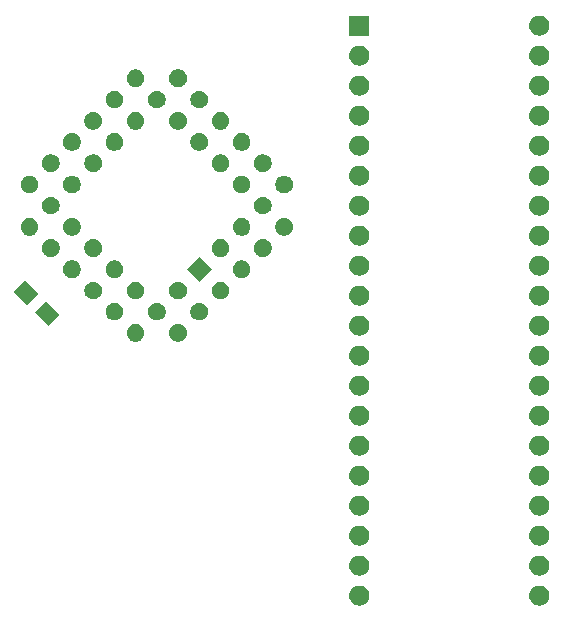
<source format=gbr>
G04 #@! TF.GenerationSoftware,KiCad,Pcbnew,(5.1.2-1)-1*
G04 #@! TF.CreationDate,2019-05-24T20:07:40+01:00*
G04 #@! TF.ProjectId,8840A_CPU,38383430-415f-4435-9055-2e6b69636164,rev?*
G04 #@! TF.SameCoordinates,Original*
G04 #@! TF.FileFunction,Soldermask,Top*
G04 #@! TF.FilePolarity,Negative*
%FSLAX46Y46*%
G04 Gerber Fmt 4.6, Leading zero omitted, Abs format (unit mm)*
G04 Created by KiCad (PCBNEW (5.1.2-1)-1) date 2019-05-24 20:07:40*
%MOMM*%
%LPD*%
G04 APERTURE LIST*
%ADD10C,0.100000*%
G04 APERTURE END LIST*
D10*
G36*
X147486823Y-106476313D02*
G01*
X147647242Y-106524976D01*
X147779906Y-106595886D01*
X147795078Y-106603996D01*
X147924659Y-106710341D01*
X148031004Y-106839922D01*
X148031005Y-106839924D01*
X148110024Y-106987758D01*
X148158687Y-107148177D01*
X148175117Y-107315000D01*
X148158687Y-107481823D01*
X148110024Y-107642242D01*
X148039114Y-107774906D01*
X148031004Y-107790078D01*
X147924659Y-107919659D01*
X147795078Y-108026004D01*
X147795076Y-108026005D01*
X147647242Y-108105024D01*
X147486823Y-108153687D01*
X147361804Y-108166000D01*
X147278196Y-108166000D01*
X147153177Y-108153687D01*
X146992758Y-108105024D01*
X146844924Y-108026005D01*
X146844922Y-108026004D01*
X146715341Y-107919659D01*
X146608996Y-107790078D01*
X146600886Y-107774906D01*
X146529976Y-107642242D01*
X146481313Y-107481823D01*
X146464883Y-107315000D01*
X146481313Y-107148177D01*
X146529976Y-106987758D01*
X146608995Y-106839924D01*
X146608996Y-106839922D01*
X146715341Y-106710341D01*
X146844922Y-106603996D01*
X146860094Y-106595886D01*
X146992758Y-106524976D01*
X147153177Y-106476313D01*
X147278196Y-106464000D01*
X147361804Y-106464000D01*
X147486823Y-106476313D01*
X147486823Y-106476313D01*
G37*
G36*
X132246823Y-106476313D02*
G01*
X132407242Y-106524976D01*
X132539906Y-106595886D01*
X132555078Y-106603996D01*
X132684659Y-106710341D01*
X132791004Y-106839922D01*
X132791005Y-106839924D01*
X132870024Y-106987758D01*
X132918687Y-107148177D01*
X132935117Y-107315000D01*
X132918687Y-107481823D01*
X132870024Y-107642242D01*
X132799114Y-107774906D01*
X132791004Y-107790078D01*
X132684659Y-107919659D01*
X132555078Y-108026004D01*
X132555076Y-108026005D01*
X132407242Y-108105024D01*
X132246823Y-108153687D01*
X132121804Y-108166000D01*
X132038196Y-108166000D01*
X131913177Y-108153687D01*
X131752758Y-108105024D01*
X131604924Y-108026005D01*
X131604922Y-108026004D01*
X131475341Y-107919659D01*
X131368996Y-107790078D01*
X131360886Y-107774906D01*
X131289976Y-107642242D01*
X131241313Y-107481823D01*
X131224883Y-107315000D01*
X131241313Y-107148177D01*
X131289976Y-106987758D01*
X131368995Y-106839924D01*
X131368996Y-106839922D01*
X131475341Y-106710341D01*
X131604922Y-106603996D01*
X131620094Y-106595886D01*
X131752758Y-106524976D01*
X131913177Y-106476313D01*
X132038196Y-106464000D01*
X132121804Y-106464000D01*
X132246823Y-106476313D01*
X132246823Y-106476313D01*
G37*
G36*
X147486823Y-103936313D02*
G01*
X147647242Y-103984976D01*
X147779906Y-104055886D01*
X147795078Y-104063996D01*
X147924659Y-104170341D01*
X148031004Y-104299922D01*
X148031005Y-104299924D01*
X148110024Y-104447758D01*
X148158687Y-104608177D01*
X148175117Y-104775000D01*
X148158687Y-104941823D01*
X148110024Y-105102242D01*
X148039114Y-105234906D01*
X148031004Y-105250078D01*
X147924659Y-105379659D01*
X147795078Y-105486004D01*
X147795076Y-105486005D01*
X147647242Y-105565024D01*
X147486823Y-105613687D01*
X147361804Y-105626000D01*
X147278196Y-105626000D01*
X147153177Y-105613687D01*
X146992758Y-105565024D01*
X146844924Y-105486005D01*
X146844922Y-105486004D01*
X146715341Y-105379659D01*
X146608996Y-105250078D01*
X146600886Y-105234906D01*
X146529976Y-105102242D01*
X146481313Y-104941823D01*
X146464883Y-104775000D01*
X146481313Y-104608177D01*
X146529976Y-104447758D01*
X146608995Y-104299924D01*
X146608996Y-104299922D01*
X146715341Y-104170341D01*
X146844922Y-104063996D01*
X146860094Y-104055886D01*
X146992758Y-103984976D01*
X147153177Y-103936313D01*
X147278196Y-103924000D01*
X147361804Y-103924000D01*
X147486823Y-103936313D01*
X147486823Y-103936313D01*
G37*
G36*
X132246823Y-103936313D02*
G01*
X132407242Y-103984976D01*
X132539906Y-104055886D01*
X132555078Y-104063996D01*
X132684659Y-104170341D01*
X132791004Y-104299922D01*
X132791005Y-104299924D01*
X132870024Y-104447758D01*
X132918687Y-104608177D01*
X132935117Y-104775000D01*
X132918687Y-104941823D01*
X132870024Y-105102242D01*
X132799114Y-105234906D01*
X132791004Y-105250078D01*
X132684659Y-105379659D01*
X132555078Y-105486004D01*
X132555076Y-105486005D01*
X132407242Y-105565024D01*
X132246823Y-105613687D01*
X132121804Y-105626000D01*
X132038196Y-105626000D01*
X131913177Y-105613687D01*
X131752758Y-105565024D01*
X131604924Y-105486005D01*
X131604922Y-105486004D01*
X131475341Y-105379659D01*
X131368996Y-105250078D01*
X131360886Y-105234906D01*
X131289976Y-105102242D01*
X131241313Y-104941823D01*
X131224883Y-104775000D01*
X131241313Y-104608177D01*
X131289976Y-104447758D01*
X131368995Y-104299924D01*
X131368996Y-104299922D01*
X131475341Y-104170341D01*
X131604922Y-104063996D01*
X131620094Y-104055886D01*
X131752758Y-103984976D01*
X131913177Y-103936313D01*
X132038196Y-103924000D01*
X132121804Y-103924000D01*
X132246823Y-103936313D01*
X132246823Y-103936313D01*
G37*
G36*
X147486823Y-101396313D02*
G01*
X147647242Y-101444976D01*
X147779906Y-101515886D01*
X147795078Y-101523996D01*
X147924659Y-101630341D01*
X148031004Y-101759922D01*
X148031005Y-101759924D01*
X148110024Y-101907758D01*
X148158687Y-102068177D01*
X148175117Y-102235000D01*
X148158687Y-102401823D01*
X148110024Y-102562242D01*
X148039114Y-102694906D01*
X148031004Y-102710078D01*
X147924659Y-102839659D01*
X147795078Y-102946004D01*
X147795076Y-102946005D01*
X147647242Y-103025024D01*
X147486823Y-103073687D01*
X147361804Y-103086000D01*
X147278196Y-103086000D01*
X147153177Y-103073687D01*
X146992758Y-103025024D01*
X146844924Y-102946005D01*
X146844922Y-102946004D01*
X146715341Y-102839659D01*
X146608996Y-102710078D01*
X146600886Y-102694906D01*
X146529976Y-102562242D01*
X146481313Y-102401823D01*
X146464883Y-102235000D01*
X146481313Y-102068177D01*
X146529976Y-101907758D01*
X146608995Y-101759924D01*
X146608996Y-101759922D01*
X146715341Y-101630341D01*
X146844922Y-101523996D01*
X146860094Y-101515886D01*
X146992758Y-101444976D01*
X147153177Y-101396313D01*
X147278196Y-101384000D01*
X147361804Y-101384000D01*
X147486823Y-101396313D01*
X147486823Y-101396313D01*
G37*
G36*
X132246823Y-101396313D02*
G01*
X132407242Y-101444976D01*
X132539906Y-101515886D01*
X132555078Y-101523996D01*
X132684659Y-101630341D01*
X132791004Y-101759922D01*
X132791005Y-101759924D01*
X132870024Y-101907758D01*
X132918687Y-102068177D01*
X132935117Y-102235000D01*
X132918687Y-102401823D01*
X132870024Y-102562242D01*
X132799114Y-102694906D01*
X132791004Y-102710078D01*
X132684659Y-102839659D01*
X132555078Y-102946004D01*
X132555076Y-102946005D01*
X132407242Y-103025024D01*
X132246823Y-103073687D01*
X132121804Y-103086000D01*
X132038196Y-103086000D01*
X131913177Y-103073687D01*
X131752758Y-103025024D01*
X131604924Y-102946005D01*
X131604922Y-102946004D01*
X131475341Y-102839659D01*
X131368996Y-102710078D01*
X131360886Y-102694906D01*
X131289976Y-102562242D01*
X131241313Y-102401823D01*
X131224883Y-102235000D01*
X131241313Y-102068177D01*
X131289976Y-101907758D01*
X131368995Y-101759924D01*
X131368996Y-101759922D01*
X131475341Y-101630341D01*
X131604922Y-101523996D01*
X131620094Y-101515886D01*
X131752758Y-101444976D01*
X131913177Y-101396313D01*
X132038196Y-101384000D01*
X132121804Y-101384000D01*
X132246823Y-101396313D01*
X132246823Y-101396313D01*
G37*
G36*
X147486823Y-98856313D02*
G01*
X147647242Y-98904976D01*
X147779906Y-98975886D01*
X147795078Y-98983996D01*
X147924659Y-99090341D01*
X148031004Y-99219922D01*
X148031005Y-99219924D01*
X148110024Y-99367758D01*
X148158687Y-99528177D01*
X148175117Y-99695000D01*
X148158687Y-99861823D01*
X148110024Y-100022242D01*
X148039114Y-100154906D01*
X148031004Y-100170078D01*
X147924659Y-100299659D01*
X147795078Y-100406004D01*
X147795076Y-100406005D01*
X147647242Y-100485024D01*
X147486823Y-100533687D01*
X147361804Y-100546000D01*
X147278196Y-100546000D01*
X147153177Y-100533687D01*
X146992758Y-100485024D01*
X146844924Y-100406005D01*
X146844922Y-100406004D01*
X146715341Y-100299659D01*
X146608996Y-100170078D01*
X146600886Y-100154906D01*
X146529976Y-100022242D01*
X146481313Y-99861823D01*
X146464883Y-99695000D01*
X146481313Y-99528177D01*
X146529976Y-99367758D01*
X146608995Y-99219924D01*
X146608996Y-99219922D01*
X146715341Y-99090341D01*
X146844922Y-98983996D01*
X146860094Y-98975886D01*
X146992758Y-98904976D01*
X147153177Y-98856313D01*
X147278196Y-98844000D01*
X147361804Y-98844000D01*
X147486823Y-98856313D01*
X147486823Y-98856313D01*
G37*
G36*
X132246823Y-98856313D02*
G01*
X132407242Y-98904976D01*
X132539906Y-98975886D01*
X132555078Y-98983996D01*
X132684659Y-99090341D01*
X132791004Y-99219922D01*
X132791005Y-99219924D01*
X132870024Y-99367758D01*
X132918687Y-99528177D01*
X132935117Y-99695000D01*
X132918687Y-99861823D01*
X132870024Y-100022242D01*
X132799114Y-100154906D01*
X132791004Y-100170078D01*
X132684659Y-100299659D01*
X132555078Y-100406004D01*
X132555076Y-100406005D01*
X132407242Y-100485024D01*
X132246823Y-100533687D01*
X132121804Y-100546000D01*
X132038196Y-100546000D01*
X131913177Y-100533687D01*
X131752758Y-100485024D01*
X131604924Y-100406005D01*
X131604922Y-100406004D01*
X131475341Y-100299659D01*
X131368996Y-100170078D01*
X131360886Y-100154906D01*
X131289976Y-100022242D01*
X131241313Y-99861823D01*
X131224883Y-99695000D01*
X131241313Y-99528177D01*
X131289976Y-99367758D01*
X131368995Y-99219924D01*
X131368996Y-99219922D01*
X131475341Y-99090341D01*
X131604922Y-98983996D01*
X131620094Y-98975886D01*
X131752758Y-98904976D01*
X131913177Y-98856313D01*
X132038196Y-98844000D01*
X132121804Y-98844000D01*
X132246823Y-98856313D01*
X132246823Y-98856313D01*
G37*
G36*
X132246823Y-96316313D02*
G01*
X132407242Y-96364976D01*
X132539906Y-96435886D01*
X132555078Y-96443996D01*
X132684659Y-96550341D01*
X132791004Y-96679922D01*
X132791005Y-96679924D01*
X132870024Y-96827758D01*
X132918687Y-96988177D01*
X132935117Y-97155000D01*
X132918687Y-97321823D01*
X132870024Y-97482242D01*
X132799114Y-97614906D01*
X132791004Y-97630078D01*
X132684659Y-97759659D01*
X132555078Y-97866004D01*
X132555076Y-97866005D01*
X132407242Y-97945024D01*
X132246823Y-97993687D01*
X132121804Y-98006000D01*
X132038196Y-98006000D01*
X131913177Y-97993687D01*
X131752758Y-97945024D01*
X131604924Y-97866005D01*
X131604922Y-97866004D01*
X131475341Y-97759659D01*
X131368996Y-97630078D01*
X131360886Y-97614906D01*
X131289976Y-97482242D01*
X131241313Y-97321823D01*
X131224883Y-97155000D01*
X131241313Y-96988177D01*
X131289976Y-96827758D01*
X131368995Y-96679924D01*
X131368996Y-96679922D01*
X131475341Y-96550341D01*
X131604922Y-96443996D01*
X131620094Y-96435886D01*
X131752758Y-96364976D01*
X131913177Y-96316313D01*
X132038196Y-96304000D01*
X132121804Y-96304000D01*
X132246823Y-96316313D01*
X132246823Y-96316313D01*
G37*
G36*
X147486823Y-96316313D02*
G01*
X147647242Y-96364976D01*
X147779906Y-96435886D01*
X147795078Y-96443996D01*
X147924659Y-96550341D01*
X148031004Y-96679922D01*
X148031005Y-96679924D01*
X148110024Y-96827758D01*
X148158687Y-96988177D01*
X148175117Y-97155000D01*
X148158687Y-97321823D01*
X148110024Y-97482242D01*
X148039114Y-97614906D01*
X148031004Y-97630078D01*
X147924659Y-97759659D01*
X147795078Y-97866004D01*
X147795076Y-97866005D01*
X147647242Y-97945024D01*
X147486823Y-97993687D01*
X147361804Y-98006000D01*
X147278196Y-98006000D01*
X147153177Y-97993687D01*
X146992758Y-97945024D01*
X146844924Y-97866005D01*
X146844922Y-97866004D01*
X146715341Y-97759659D01*
X146608996Y-97630078D01*
X146600886Y-97614906D01*
X146529976Y-97482242D01*
X146481313Y-97321823D01*
X146464883Y-97155000D01*
X146481313Y-96988177D01*
X146529976Y-96827758D01*
X146608995Y-96679924D01*
X146608996Y-96679922D01*
X146715341Y-96550341D01*
X146844922Y-96443996D01*
X146860094Y-96435886D01*
X146992758Y-96364976D01*
X147153177Y-96316313D01*
X147278196Y-96304000D01*
X147361804Y-96304000D01*
X147486823Y-96316313D01*
X147486823Y-96316313D01*
G37*
G36*
X132246823Y-93776313D02*
G01*
X132407242Y-93824976D01*
X132539906Y-93895886D01*
X132555078Y-93903996D01*
X132684659Y-94010341D01*
X132791004Y-94139922D01*
X132791005Y-94139924D01*
X132870024Y-94287758D01*
X132918687Y-94448177D01*
X132935117Y-94615000D01*
X132918687Y-94781823D01*
X132870024Y-94942242D01*
X132799114Y-95074906D01*
X132791004Y-95090078D01*
X132684659Y-95219659D01*
X132555078Y-95326004D01*
X132555076Y-95326005D01*
X132407242Y-95405024D01*
X132246823Y-95453687D01*
X132121804Y-95466000D01*
X132038196Y-95466000D01*
X131913177Y-95453687D01*
X131752758Y-95405024D01*
X131604924Y-95326005D01*
X131604922Y-95326004D01*
X131475341Y-95219659D01*
X131368996Y-95090078D01*
X131360886Y-95074906D01*
X131289976Y-94942242D01*
X131241313Y-94781823D01*
X131224883Y-94615000D01*
X131241313Y-94448177D01*
X131289976Y-94287758D01*
X131368995Y-94139924D01*
X131368996Y-94139922D01*
X131475341Y-94010341D01*
X131604922Y-93903996D01*
X131620094Y-93895886D01*
X131752758Y-93824976D01*
X131913177Y-93776313D01*
X132038196Y-93764000D01*
X132121804Y-93764000D01*
X132246823Y-93776313D01*
X132246823Y-93776313D01*
G37*
G36*
X147486823Y-93776313D02*
G01*
X147647242Y-93824976D01*
X147779906Y-93895886D01*
X147795078Y-93903996D01*
X147924659Y-94010341D01*
X148031004Y-94139922D01*
X148031005Y-94139924D01*
X148110024Y-94287758D01*
X148158687Y-94448177D01*
X148175117Y-94615000D01*
X148158687Y-94781823D01*
X148110024Y-94942242D01*
X148039114Y-95074906D01*
X148031004Y-95090078D01*
X147924659Y-95219659D01*
X147795078Y-95326004D01*
X147795076Y-95326005D01*
X147647242Y-95405024D01*
X147486823Y-95453687D01*
X147361804Y-95466000D01*
X147278196Y-95466000D01*
X147153177Y-95453687D01*
X146992758Y-95405024D01*
X146844924Y-95326005D01*
X146844922Y-95326004D01*
X146715341Y-95219659D01*
X146608996Y-95090078D01*
X146600886Y-95074906D01*
X146529976Y-94942242D01*
X146481313Y-94781823D01*
X146464883Y-94615000D01*
X146481313Y-94448177D01*
X146529976Y-94287758D01*
X146608995Y-94139924D01*
X146608996Y-94139922D01*
X146715341Y-94010341D01*
X146844922Y-93903996D01*
X146860094Y-93895886D01*
X146992758Y-93824976D01*
X147153177Y-93776313D01*
X147278196Y-93764000D01*
X147361804Y-93764000D01*
X147486823Y-93776313D01*
X147486823Y-93776313D01*
G37*
G36*
X132246823Y-91236313D02*
G01*
X132407242Y-91284976D01*
X132539906Y-91355886D01*
X132555078Y-91363996D01*
X132684659Y-91470341D01*
X132791004Y-91599922D01*
X132791005Y-91599924D01*
X132870024Y-91747758D01*
X132918687Y-91908177D01*
X132935117Y-92075000D01*
X132918687Y-92241823D01*
X132870024Y-92402242D01*
X132799114Y-92534906D01*
X132791004Y-92550078D01*
X132684659Y-92679659D01*
X132555078Y-92786004D01*
X132555076Y-92786005D01*
X132407242Y-92865024D01*
X132246823Y-92913687D01*
X132121804Y-92926000D01*
X132038196Y-92926000D01*
X131913177Y-92913687D01*
X131752758Y-92865024D01*
X131604924Y-92786005D01*
X131604922Y-92786004D01*
X131475341Y-92679659D01*
X131368996Y-92550078D01*
X131360886Y-92534906D01*
X131289976Y-92402242D01*
X131241313Y-92241823D01*
X131224883Y-92075000D01*
X131241313Y-91908177D01*
X131289976Y-91747758D01*
X131368995Y-91599924D01*
X131368996Y-91599922D01*
X131475341Y-91470341D01*
X131604922Y-91363996D01*
X131620094Y-91355886D01*
X131752758Y-91284976D01*
X131913177Y-91236313D01*
X132038196Y-91224000D01*
X132121804Y-91224000D01*
X132246823Y-91236313D01*
X132246823Y-91236313D01*
G37*
G36*
X147486823Y-91236313D02*
G01*
X147647242Y-91284976D01*
X147779906Y-91355886D01*
X147795078Y-91363996D01*
X147924659Y-91470341D01*
X148031004Y-91599922D01*
X148031005Y-91599924D01*
X148110024Y-91747758D01*
X148158687Y-91908177D01*
X148175117Y-92075000D01*
X148158687Y-92241823D01*
X148110024Y-92402242D01*
X148039114Y-92534906D01*
X148031004Y-92550078D01*
X147924659Y-92679659D01*
X147795078Y-92786004D01*
X147795076Y-92786005D01*
X147647242Y-92865024D01*
X147486823Y-92913687D01*
X147361804Y-92926000D01*
X147278196Y-92926000D01*
X147153177Y-92913687D01*
X146992758Y-92865024D01*
X146844924Y-92786005D01*
X146844922Y-92786004D01*
X146715341Y-92679659D01*
X146608996Y-92550078D01*
X146600886Y-92534906D01*
X146529976Y-92402242D01*
X146481313Y-92241823D01*
X146464883Y-92075000D01*
X146481313Y-91908177D01*
X146529976Y-91747758D01*
X146608995Y-91599924D01*
X146608996Y-91599922D01*
X146715341Y-91470341D01*
X146844922Y-91363996D01*
X146860094Y-91355886D01*
X146992758Y-91284976D01*
X147153177Y-91236313D01*
X147278196Y-91224000D01*
X147361804Y-91224000D01*
X147486823Y-91236313D01*
X147486823Y-91236313D01*
G37*
G36*
X132246823Y-88696313D02*
G01*
X132407242Y-88744976D01*
X132539906Y-88815886D01*
X132555078Y-88823996D01*
X132684659Y-88930341D01*
X132791004Y-89059922D01*
X132791005Y-89059924D01*
X132870024Y-89207758D01*
X132918687Y-89368177D01*
X132935117Y-89535000D01*
X132918687Y-89701823D01*
X132870024Y-89862242D01*
X132799114Y-89994906D01*
X132791004Y-90010078D01*
X132684659Y-90139659D01*
X132555078Y-90246004D01*
X132555076Y-90246005D01*
X132407242Y-90325024D01*
X132246823Y-90373687D01*
X132121804Y-90386000D01*
X132038196Y-90386000D01*
X131913177Y-90373687D01*
X131752758Y-90325024D01*
X131604924Y-90246005D01*
X131604922Y-90246004D01*
X131475341Y-90139659D01*
X131368996Y-90010078D01*
X131360886Y-89994906D01*
X131289976Y-89862242D01*
X131241313Y-89701823D01*
X131224883Y-89535000D01*
X131241313Y-89368177D01*
X131289976Y-89207758D01*
X131368995Y-89059924D01*
X131368996Y-89059922D01*
X131475341Y-88930341D01*
X131604922Y-88823996D01*
X131620094Y-88815886D01*
X131752758Y-88744976D01*
X131913177Y-88696313D01*
X132038196Y-88684000D01*
X132121804Y-88684000D01*
X132246823Y-88696313D01*
X132246823Y-88696313D01*
G37*
G36*
X147486823Y-88696313D02*
G01*
X147647242Y-88744976D01*
X147779906Y-88815886D01*
X147795078Y-88823996D01*
X147924659Y-88930341D01*
X148031004Y-89059922D01*
X148031005Y-89059924D01*
X148110024Y-89207758D01*
X148158687Y-89368177D01*
X148175117Y-89535000D01*
X148158687Y-89701823D01*
X148110024Y-89862242D01*
X148039114Y-89994906D01*
X148031004Y-90010078D01*
X147924659Y-90139659D01*
X147795078Y-90246004D01*
X147795076Y-90246005D01*
X147647242Y-90325024D01*
X147486823Y-90373687D01*
X147361804Y-90386000D01*
X147278196Y-90386000D01*
X147153177Y-90373687D01*
X146992758Y-90325024D01*
X146844924Y-90246005D01*
X146844922Y-90246004D01*
X146715341Y-90139659D01*
X146608996Y-90010078D01*
X146600886Y-89994906D01*
X146529976Y-89862242D01*
X146481313Y-89701823D01*
X146464883Y-89535000D01*
X146481313Y-89368177D01*
X146529976Y-89207758D01*
X146608995Y-89059924D01*
X146608996Y-89059922D01*
X146715341Y-88930341D01*
X146844922Y-88823996D01*
X146860094Y-88815886D01*
X146992758Y-88744976D01*
X147153177Y-88696313D01*
X147278196Y-88684000D01*
X147361804Y-88684000D01*
X147486823Y-88696313D01*
X147486823Y-88696313D01*
G37*
G36*
X132246823Y-86156313D02*
G01*
X132407242Y-86204976D01*
X132539906Y-86275886D01*
X132555078Y-86283996D01*
X132684659Y-86390341D01*
X132791004Y-86519922D01*
X132791005Y-86519924D01*
X132870024Y-86667758D01*
X132918687Y-86828177D01*
X132935117Y-86995000D01*
X132918687Y-87161823D01*
X132870024Y-87322242D01*
X132799114Y-87454906D01*
X132791004Y-87470078D01*
X132684659Y-87599659D01*
X132555078Y-87706004D01*
X132555076Y-87706005D01*
X132407242Y-87785024D01*
X132246823Y-87833687D01*
X132121804Y-87846000D01*
X132038196Y-87846000D01*
X131913177Y-87833687D01*
X131752758Y-87785024D01*
X131604924Y-87706005D01*
X131604922Y-87706004D01*
X131475341Y-87599659D01*
X131368996Y-87470078D01*
X131360886Y-87454906D01*
X131289976Y-87322242D01*
X131241313Y-87161823D01*
X131224883Y-86995000D01*
X131241313Y-86828177D01*
X131289976Y-86667758D01*
X131368995Y-86519924D01*
X131368996Y-86519922D01*
X131475341Y-86390341D01*
X131604922Y-86283996D01*
X131620094Y-86275886D01*
X131752758Y-86204976D01*
X131913177Y-86156313D01*
X132038196Y-86144000D01*
X132121804Y-86144000D01*
X132246823Y-86156313D01*
X132246823Y-86156313D01*
G37*
G36*
X147486823Y-86156313D02*
G01*
X147647242Y-86204976D01*
X147779906Y-86275886D01*
X147795078Y-86283996D01*
X147924659Y-86390341D01*
X148031004Y-86519922D01*
X148031005Y-86519924D01*
X148110024Y-86667758D01*
X148158687Y-86828177D01*
X148175117Y-86995000D01*
X148158687Y-87161823D01*
X148110024Y-87322242D01*
X148039114Y-87454906D01*
X148031004Y-87470078D01*
X147924659Y-87599659D01*
X147795078Y-87706004D01*
X147795076Y-87706005D01*
X147647242Y-87785024D01*
X147486823Y-87833687D01*
X147361804Y-87846000D01*
X147278196Y-87846000D01*
X147153177Y-87833687D01*
X146992758Y-87785024D01*
X146844924Y-87706005D01*
X146844922Y-87706004D01*
X146715341Y-87599659D01*
X146608996Y-87470078D01*
X146600886Y-87454906D01*
X146529976Y-87322242D01*
X146481313Y-87161823D01*
X146464883Y-86995000D01*
X146481313Y-86828177D01*
X146529976Y-86667758D01*
X146608995Y-86519924D01*
X146608996Y-86519922D01*
X146715341Y-86390341D01*
X146844922Y-86283996D01*
X146860094Y-86275886D01*
X146992758Y-86204976D01*
X147153177Y-86156313D01*
X147278196Y-86144000D01*
X147361804Y-86144000D01*
X147486823Y-86156313D01*
X147486823Y-86156313D01*
G37*
G36*
X116825476Y-84325906D02*
G01*
X116949672Y-84350609D01*
X117086073Y-84407108D01*
X117208830Y-84489132D01*
X117313226Y-84593528D01*
X117395250Y-84716285D01*
X117451749Y-84852686D01*
X117480551Y-84997488D01*
X117480551Y-85145126D01*
X117451749Y-85289928D01*
X117395250Y-85426329D01*
X117313226Y-85549086D01*
X117208830Y-85653482D01*
X117086073Y-85735506D01*
X116949672Y-85792005D01*
X116825476Y-85816708D01*
X116804871Y-85820807D01*
X116657231Y-85820807D01*
X116636626Y-85816708D01*
X116512430Y-85792005D01*
X116376029Y-85735506D01*
X116253272Y-85653482D01*
X116148876Y-85549086D01*
X116066852Y-85426329D01*
X116010353Y-85289928D01*
X115981551Y-85145126D01*
X115981551Y-84997488D01*
X116010353Y-84852686D01*
X116066852Y-84716285D01*
X116148876Y-84593528D01*
X116253272Y-84489132D01*
X116376029Y-84407108D01*
X116512430Y-84350609D01*
X116636626Y-84325906D01*
X116657231Y-84321807D01*
X116804871Y-84321807D01*
X116825476Y-84325906D01*
X116825476Y-84325906D01*
G37*
G36*
X113233374Y-84325906D02*
G01*
X113357570Y-84350609D01*
X113493971Y-84407108D01*
X113616728Y-84489132D01*
X113721124Y-84593528D01*
X113803148Y-84716285D01*
X113859647Y-84852686D01*
X113888449Y-84997488D01*
X113888449Y-85145126D01*
X113859647Y-85289928D01*
X113803148Y-85426329D01*
X113721124Y-85549086D01*
X113616728Y-85653482D01*
X113493971Y-85735506D01*
X113357570Y-85792005D01*
X113233374Y-85816708D01*
X113212769Y-85820807D01*
X113065129Y-85820807D01*
X113044524Y-85816708D01*
X112920328Y-85792005D01*
X112783927Y-85735506D01*
X112661170Y-85653482D01*
X112556774Y-85549086D01*
X112474750Y-85426329D01*
X112418251Y-85289928D01*
X112389449Y-85145126D01*
X112389449Y-84997488D01*
X112418251Y-84852686D01*
X112474750Y-84716285D01*
X112556774Y-84593528D01*
X112661170Y-84489132D01*
X112783927Y-84407108D01*
X112920328Y-84350609D01*
X113044524Y-84325906D01*
X113065129Y-84321807D01*
X113212769Y-84321807D01*
X113233374Y-84325906D01*
X113233374Y-84325906D01*
G37*
G36*
X147486823Y-83616313D02*
G01*
X147647242Y-83664976D01*
X147779906Y-83735886D01*
X147795078Y-83743996D01*
X147924659Y-83850341D01*
X148031004Y-83979922D01*
X148031005Y-83979924D01*
X148110024Y-84127758D01*
X148158687Y-84288177D01*
X148175117Y-84455000D01*
X148158687Y-84621823D01*
X148110024Y-84782242D01*
X148072371Y-84852686D01*
X148031004Y-84930078D01*
X147924659Y-85059659D01*
X147795078Y-85166004D01*
X147795076Y-85166005D01*
X147647242Y-85245024D01*
X147486823Y-85293687D01*
X147361804Y-85306000D01*
X147278196Y-85306000D01*
X147153177Y-85293687D01*
X146992758Y-85245024D01*
X146844924Y-85166005D01*
X146844922Y-85166004D01*
X146715341Y-85059659D01*
X146608996Y-84930078D01*
X146567629Y-84852686D01*
X146529976Y-84782242D01*
X146481313Y-84621823D01*
X146464883Y-84455000D01*
X146481313Y-84288177D01*
X146529976Y-84127758D01*
X146608995Y-83979924D01*
X146608996Y-83979922D01*
X146715341Y-83850341D01*
X146844922Y-83743996D01*
X146860094Y-83735886D01*
X146992758Y-83664976D01*
X147153177Y-83616313D01*
X147278196Y-83604000D01*
X147361804Y-83604000D01*
X147486823Y-83616313D01*
X147486823Y-83616313D01*
G37*
G36*
X132246823Y-83616313D02*
G01*
X132407242Y-83664976D01*
X132539906Y-83735886D01*
X132555078Y-83743996D01*
X132684659Y-83850341D01*
X132791004Y-83979922D01*
X132791005Y-83979924D01*
X132870024Y-84127758D01*
X132918687Y-84288177D01*
X132935117Y-84455000D01*
X132918687Y-84621823D01*
X132870024Y-84782242D01*
X132832371Y-84852686D01*
X132791004Y-84930078D01*
X132684659Y-85059659D01*
X132555078Y-85166004D01*
X132555076Y-85166005D01*
X132407242Y-85245024D01*
X132246823Y-85293687D01*
X132121804Y-85306000D01*
X132038196Y-85306000D01*
X131913177Y-85293687D01*
X131752758Y-85245024D01*
X131604924Y-85166005D01*
X131604922Y-85166004D01*
X131475341Y-85059659D01*
X131368996Y-84930078D01*
X131327629Y-84852686D01*
X131289976Y-84782242D01*
X131241313Y-84621823D01*
X131224883Y-84455000D01*
X131241313Y-84288177D01*
X131289976Y-84127758D01*
X131368995Y-83979924D01*
X131368996Y-83979922D01*
X131475341Y-83850341D01*
X131604922Y-83743996D01*
X131620094Y-83735886D01*
X131752758Y-83664976D01*
X131913177Y-83616313D01*
X132038196Y-83604000D01*
X132121804Y-83604000D01*
X132246823Y-83616313D01*
X132246823Y-83616313D01*
G37*
G36*
X106703280Y-83522271D02*
G01*
X105747271Y-84478280D01*
X104614486Y-83345495D01*
X105570495Y-82389486D01*
X106703280Y-83522271D01*
X106703280Y-83522271D01*
G37*
G36*
X118621527Y-82529855D02*
G01*
X118745723Y-82554558D01*
X118882124Y-82611057D01*
X119004881Y-82693081D01*
X119109277Y-82797477D01*
X119191301Y-82920234D01*
X119247800Y-83056635D01*
X119276602Y-83201437D01*
X119276602Y-83349075D01*
X119247800Y-83493877D01*
X119191301Y-83630278D01*
X119109277Y-83753035D01*
X119004881Y-83857431D01*
X118882124Y-83939455D01*
X118745723Y-83995954D01*
X118621527Y-84020657D01*
X118600922Y-84024756D01*
X118453282Y-84024756D01*
X118432677Y-84020657D01*
X118308481Y-83995954D01*
X118172080Y-83939455D01*
X118049323Y-83857431D01*
X117944927Y-83753035D01*
X117862903Y-83630278D01*
X117806404Y-83493877D01*
X117777602Y-83349075D01*
X117777602Y-83201437D01*
X117806404Y-83056635D01*
X117862903Y-82920234D01*
X117944927Y-82797477D01*
X118049323Y-82693081D01*
X118172080Y-82611057D01*
X118308481Y-82554558D01*
X118432677Y-82529855D01*
X118453282Y-82525756D01*
X118600922Y-82525756D01*
X118621527Y-82529855D01*
X118621527Y-82529855D01*
G37*
G36*
X115029425Y-82529855D02*
G01*
X115153621Y-82554558D01*
X115290022Y-82611057D01*
X115412779Y-82693081D01*
X115517175Y-82797477D01*
X115599199Y-82920234D01*
X115655698Y-83056635D01*
X115684500Y-83201437D01*
X115684500Y-83349075D01*
X115655698Y-83493877D01*
X115599199Y-83630278D01*
X115517175Y-83753035D01*
X115412779Y-83857431D01*
X115290022Y-83939455D01*
X115153621Y-83995954D01*
X115029425Y-84020657D01*
X115008820Y-84024756D01*
X114861180Y-84024756D01*
X114840575Y-84020657D01*
X114716379Y-83995954D01*
X114579978Y-83939455D01*
X114457221Y-83857431D01*
X114352825Y-83753035D01*
X114270801Y-83630278D01*
X114214302Y-83493877D01*
X114185500Y-83349075D01*
X114185500Y-83201437D01*
X114214302Y-83056635D01*
X114270801Y-82920234D01*
X114352825Y-82797477D01*
X114457221Y-82693081D01*
X114579978Y-82611057D01*
X114716379Y-82554558D01*
X114840575Y-82529855D01*
X114861180Y-82525756D01*
X115008820Y-82525756D01*
X115029425Y-82529855D01*
X115029425Y-82529855D01*
G37*
G36*
X111437323Y-82529855D02*
G01*
X111561519Y-82554558D01*
X111697920Y-82611057D01*
X111820677Y-82693081D01*
X111925073Y-82797477D01*
X112007097Y-82920234D01*
X112063596Y-83056635D01*
X112092398Y-83201437D01*
X112092398Y-83349075D01*
X112063596Y-83493877D01*
X112007097Y-83630278D01*
X111925073Y-83753035D01*
X111820677Y-83857431D01*
X111697920Y-83939455D01*
X111561519Y-83995954D01*
X111437323Y-84020657D01*
X111416718Y-84024756D01*
X111269078Y-84024756D01*
X111248473Y-84020657D01*
X111124277Y-83995954D01*
X110987876Y-83939455D01*
X110865119Y-83857431D01*
X110760723Y-83753035D01*
X110678699Y-83630278D01*
X110622200Y-83493877D01*
X110593398Y-83349075D01*
X110593398Y-83201437D01*
X110622200Y-83056635D01*
X110678699Y-82920234D01*
X110760723Y-82797477D01*
X110865119Y-82693081D01*
X110987876Y-82611057D01*
X111124277Y-82554558D01*
X111248473Y-82529855D01*
X111269078Y-82525756D01*
X111416718Y-82525756D01*
X111437323Y-82529855D01*
X111437323Y-82529855D01*
G37*
G36*
X147486823Y-81076313D02*
G01*
X147647242Y-81124976D01*
X147779906Y-81195886D01*
X147795078Y-81203996D01*
X147924659Y-81310341D01*
X148031004Y-81439922D01*
X148031005Y-81439924D01*
X148110024Y-81587758D01*
X148158687Y-81748177D01*
X148175117Y-81915000D01*
X148158687Y-82081823D01*
X148110024Y-82242242D01*
X148039114Y-82374906D01*
X148031004Y-82390078D01*
X147924659Y-82519659D01*
X147795078Y-82626004D01*
X147795076Y-82626005D01*
X147647242Y-82705024D01*
X147486823Y-82753687D01*
X147361804Y-82766000D01*
X147278196Y-82766000D01*
X147153177Y-82753687D01*
X146992758Y-82705024D01*
X146844924Y-82626005D01*
X146844922Y-82626004D01*
X146715341Y-82519659D01*
X146608996Y-82390078D01*
X146600886Y-82374906D01*
X146529976Y-82242242D01*
X146481313Y-82081823D01*
X146464883Y-81915000D01*
X146481313Y-81748177D01*
X146529976Y-81587758D01*
X146608995Y-81439924D01*
X146608996Y-81439922D01*
X146715341Y-81310341D01*
X146844922Y-81203996D01*
X146860094Y-81195886D01*
X146992758Y-81124976D01*
X147153177Y-81076313D01*
X147278196Y-81064000D01*
X147361804Y-81064000D01*
X147486823Y-81076313D01*
X147486823Y-81076313D01*
G37*
G36*
X132246823Y-81076313D02*
G01*
X132407242Y-81124976D01*
X132539906Y-81195886D01*
X132555078Y-81203996D01*
X132684659Y-81310341D01*
X132791004Y-81439922D01*
X132791005Y-81439924D01*
X132870024Y-81587758D01*
X132918687Y-81748177D01*
X132935117Y-81915000D01*
X132918687Y-82081823D01*
X132870024Y-82242242D01*
X132799114Y-82374906D01*
X132791004Y-82390078D01*
X132684659Y-82519659D01*
X132555078Y-82626004D01*
X132555076Y-82626005D01*
X132407242Y-82705024D01*
X132246823Y-82753687D01*
X132121804Y-82766000D01*
X132038196Y-82766000D01*
X131913177Y-82753687D01*
X131752758Y-82705024D01*
X131604924Y-82626005D01*
X131604922Y-82626004D01*
X131475341Y-82519659D01*
X131368996Y-82390078D01*
X131360886Y-82374906D01*
X131289976Y-82242242D01*
X131241313Y-82081823D01*
X131224883Y-81915000D01*
X131241313Y-81748177D01*
X131289976Y-81587758D01*
X131368995Y-81439924D01*
X131368996Y-81439922D01*
X131475341Y-81310341D01*
X131604922Y-81203996D01*
X131620094Y-81195886D01*
X131752758Y-81124976D01*
X131913177Y-81076313D01*
X132038196Y-81064000D01*
X132121804Y-81064000D01*
X132246823Y-81076313D01*
X132246823Y-81076313D01*
G37*
G36*
X104935514Y-81754505D02*
G01*
X103979505Y-82710514D01*
X102846720Y-81577729D01*
X103802729Y-80621720D01*
X104935514Y-81754505D01*
X104935514Y-81754505D01*
G37*
G36*
X120417579Y-80733804D02*
G01*
X120541775Y-80758507D01*
X120678176Y-80815006D01*
X120800933Y-80897030D01*
X120905329Y-81001426D01*
X120987353Y-81124183D01*
X121043852Y-81260584D01*
X121072654Y-81405386D01*
X121072654Y-81553024D01*
X121043852Y-81697826D01*
X120987353Y-81834227D01*
X120905329Y-81956984D01*
X120800933Y-82061380D01*
X120678176Y-82143404D01*
X120541775Y-82199903D01*
X120417579Y-82224606D01*
X120396974Y-82228705D01*
X120249334Y-82228705D01*
X120228729Y-82224606D01*
X120104533Y-82199903D01*
X119968132Y-82143404D01*
X119845375Y-82061380D01*
X119740979Y-81956984D01*
X119658955Y-81834227D01*
X119602456Y-81697826D01*
X119573654Y-81553024D01*
X119573654Y-81405386D01*
X119602456Y-81260584D01*
X119658955Y-81124183D01*
X119740979Y-81001426D01*
X119845375Y-80897030D01*
X119968132Y-80815006D01*
X120104533Y-80758507D01*
X120228729Y-80733804D01*
X120249334Y-80729705D01*
X120396974Y-80729705D01*
X120417579Y-80733804D01*
X120417579Y-80733804D01*
G37*
G36*
X116825476Y-80733804D02*
G01*
X116949672Y-80758507D01*
X117086073Y-80815006D01*
X117208830Y-80897030D01*
X117313226Y-81001426D01*
X117395250Y-81124183D01*
X117451749Y-81260584D01*
X117480551Y-81405386D01*
X117480551Y-81553024D01*
X117451749Y-81697826D01*
X117395250Y-81834227D01*
X117313226Y-81956984D01*
X117208830Y-82061380D01*
X117086073Y-82143404D01*
X116949672Y-82199903D01*
X116825476Y-82224606D01*
X116804871Y-82228705D01*
X116657231Y-82228705D01*
X116636626Y-82224606D01*
X116512430Y-82199903D01*
X116376029Y-82143404D01*
X116253272Y-82061380D01*
X116148876Y-81956984D01*
X116066852Y-81834227D01*
X116010353Y-81697826D01*
X115981551Y-81553024D01*
X115981551Y-81405386D01*
X116010353Y-81260584D01*
X116066852Y-81124183D01*
X116148876Y-81001426D01*
X116253272Y-80897030D01*
X116376029Y-80815006D01*
X116512430Y-80758507D01*
X116636626Y-80733804D01*
X116657231Y-80729705D01*
X116804871Y-80729705D01*
X116825476Y-80733804D01*
X116825476Y-80733804D01*
G37*
G36*
X113233374Y-80733804D02*
G01*
X113357570Y-80758507D01*
X113493971Y-80815006D01*
X113616728Y-80897030D01*
X113721124Y-81001426D01*
X113803148Y-81124183D01*
X113859647Y-81260584D01*
X113888449Y-81405386D01*
X113888449Y-81553024D01*
X113859647Y-81697826D01*
X113803148Y-81834227D01*
X113721124Y-81956984D01*
X113616728Y-82061380D01*
X113493971Y-82143404D01*
X113357570Y-82199903D01*
X113233374Y-82224606D01*
X113212769Y-82228705D01*
X113065129Y-82228705D01*
X113044524Y-82224606D01*
X112920328Y-82199903D01*
X112783927Y-82143404D01*
X112661170Y-82061380D01*
X112556774Y-81956984D01*
X112474750Y-81834227D01*
X112418251Y-81697826D01*
X112389449Y-81553024D01*
X112389449Y-81405386D01*
X112418251Y-81260584D01*
X112474750Y-81124183D01*
X112556774Y-81001426D01*
X112661170Y-80897030D01*
X112783927Y-80815006D01*
X112920328Y-80758507D01*
X113044524Y-80733804D01*
X113065129Y-80729705D01*
X113212769Y-80729705D01*
X113233374Y-80733804D01*
X113233374Y-80733804D01*
G37*
G36*
X109641271Y-80733804D02*
G01*
X109765467Y-80758507D01*
X109901868Y-80815006D01*
X110024625Y-80897030D01*
X110129021Y-81001426D01*
X110211045Y-81124183D01*
X110267544Y-81260584D01*
X110296346Y-81405386D01*
X110296346Y-81553024D01*
X110267544Y-81697826D01*
X110211045Y-81834227D01*
X110129021Y-81956984D01*
X110024625Y-82061380D01*
X109901868Y-82143404D01*
X109765467Y-82199903D01*
X109641271Y-82224606D01*
X109620666Y-82228705D01*
X109473026Y-82228705D01*
X109452421Y-82224606D01*
X109328225Y-82199903D01*
X109191824Y-82143404D01*
X109069067Y-82061380D01*
X108964671Y-81956984D01*
X108882647Y-81834227D01*
X108826148Y-81697826D01*
X108797346Y-81553024D01*
X108797346Y-81405386D01*
X108826148Y-81260584D01*
X108882647Y-81124183D01*
X108964671Y-81001426D01*
X109069067Y-80897030D01*
X109191824Y-80815006D01*
X109328225Y-80758507D01*
X109452421Y-80733804D01*
X109473026Y-80729705D01*
X109620666Y-80729705D01*
X109641271Y-80733804D01*
X109641271Y-80733804D01*
G37*
G36*
X119587055Y-79683154D02*
G01*
X118527102Y-80743107D01*
X117467149Y-79683154D01*
X118527102Y-78623201D01*
X119587055Y-79683154D01*
X119587055Y-79683154D01*
G37*
G36*
X122213630Y-78937753D02*
G01*
X122337826Y-78962456D01*
X122474227Y-79018955D01*
X122596984Y-79100979D01*
X122701380Y-79205375D01*
X122783404Y-79328132D01*
X122839903Y-79464533D01*
X122868705Y-79609335D01*
X122868705Y-79756973D01*
X122839903Y-79901775D01*
X122783404Y-80038176D01*
X122701380Y-80160933D01*
X122596984Y-80265329D01*
X122474227Y-80347353D01*
X122337826Y-80403852D01*
X122213630Y-80428555D01*
X122193025Y-80432654D01*
X122045385Y-80432654D01*
X122024780Y-80428555D01*
X121900584Y-80403852D01*
X121764183Y-80347353D01*
X121641426Y-80265329D01*
X121537030Y-80160933D01*
X121455006Y-80038176D01*
X121398507Y-79901775D01*
X121369705Y-79756973D01*
X121369705Y-79609335D01*
X121398507Y-79464533D01*
X121455006Y-79328132D01*
X121537030Y-79205375D01*
X121641426Y-79100979D01*
X121764183Y-79018955D01*
X121900584Y-78962456D01*
X122024780Y-78937753D01*
X122045385Y-78933654D01*
X122193025Y-78933654D01*
X122213630Y-78937753D01*
X122213630Y-78937753D01*
G37*
G36*
X111437323Y-78937753D02*
G01*
X111561519Y-78962456D01*
X111697920Y-79018955D01*
X111820677Y-79100979D01*
X111925073Y-79205375D01*
X112007097Y-79328132D01*
X112063596Y-79464533D01*
X112092398Y-79609335D01*
X112092398Y-79756973D01*
X112063596Y-79901775D01*
X112007097Y-80038176D01*
X111925073Y-80160933D01*
X111820677Y-80265329D01*
X111697920Y-80347353D01*
X111561519Y-80403852D01*
X111437323Y-80428555D01*
X111416718Y-80432654D01*
X111269078Y-80432654D01*
X111248473Y-80428555D01*
X111124277Y-80403852D01*
X110987876Y-80347353D01*
X110865119Y-80265329D01*
X110760723Y-80160933D01*
X110678699Y-80038176D01*
X110622200Y-79901775D01*
X110593398Y-79756973D01*
X110593398Y-79609335D01*
X110622200Y-79464533D01*
X110678699Y-79328132D01*
X110760723Y-79205375D01*
X110865119Y-79100979D01*
X110987876Y-79018955D01*
X111124277Y-78962456D01*
X111248473Y-78937753D01*
X111269078Y-78933654D01*
X111416718Y-78933654D01*
X111437323Y-78937753D01*
X111437323Y-78937753D01*
G37*
G36*
X107845220Y-78937753D02*
G01*
X107969416Y-78962456D01*
X108105817Y-79018955D01*
X108228574Y-79100979D01*
X108332970Y-79205375D01*
X108414994Y-79328132D01*
X108471493Y-79464533D01*
X108500295Y-79609335D01*
X108500295Y-79756973D01*
X108471493Y-79901775D01*
X108414994Y-80038176D01*
X108332970Y-80160933D01*
X108228574Y-80265329D01*
X108105817Y-80347353D01*
X107969416Y-80403852D01*
X107845220Y-80428555D01*
X107824615Y-80432654D01*
X107676975Y-80432654D01*
X107656370Y-80428555D01*
X107532174Y-80403852D01*
X107395773Y-80347353D01*
X107273016Y-80265329D01*
X107168620Y-80160933D01*
X107086596Y-80038176D01*
X107030097Y-79901775D01*
X107001295Y-79756973D01*
X107001295Y-79609335D01*
X107030097Y-79464533D01*
X107086596Y-79328132D01*
X107168620Y-79205375D01*
X107273016Y-79100979D01*
X107395773Y-79018955D01*
X107532174Y-78962456D01*
X107656370Y-78937753D01*
X107676975Y-78933654D01*
X107824615Y-78933654D01*
X107845220Y-78937753D01*
X107845220Y-78937753D01*
G37*
G36*
X147486823Y-78536313D02*
G01*
X147647242Y-78584976D01*
X147743827Y-78636602D01*
X147795078Y-78663996D01*
X147924659Y-78770341D01*
X148031004Y-78899922D01*
X148031005Y-78899924D01*
X148110024Y-79047758D01*
X148158687Y-79208177D01*
X148175117Y-79375000D01*
X148158687Y-79541823D01*
X148110024Y-79702242D01*
X148080769Y-79756974D01*
X148031004Y-79850078D01*
X147924659Y-79979659D01*
X147795078Y-80086004D01*
X147795076Y-80086005D01*
X147647242Y-80165024D01*
X147486823Y-80213687D01*
X147361804Y-80226000D01*
X147278196Y-80226000D01*
X147153177Y-80213687D01*
X146992758Y-80165024D01*
X146844924Y-80086005D01*
X146844922Y-80086004D01*
X146715341Y-79979659D01*
X146608996Y-79850078D01*
X146559231Y-79756974D01*
X146529976Y-79702242D01*
X146481313Y-79541823D01*
X146464883Y-79375000D01*
X146481313Y-79208177D01*
X146529976Y-79047758D01*
X146608995Y-78899924D01*
X146608996Y-78899922D01*
X146715341Y-78770341D01*
X146844922Y-78663996D01*
X146896173Y-78636602D01*
X146992758Y-78584976D01*
X147153177Y-78536313D01*
X147278196Y-78524000D01*
X147361804Y-78524000D01*
X147486823Y-78536313D01*
X147486823Y-78536313D01*
G37*
G36*
X132246823Y-78536313D02*
G01*
X132407242Y-78584976D01*
X132503827Y-78636602D01*
X132555078Y-78663996D01*
X132684659Y-78770341D01*
X132791004Y-78899922D01*
X132791005Y-78899924D01*
X132870024Y-79047758D01*
X132918687Y-79208177D01*
X132935117Y-79375000D01*
X132918687Y-79541823D01*
X132870024Y-79702242D01*
X132840769Y-79756974D01*
X132791004Y-79850078D01*
X132684659Y-79979659D01*
X132555078Y-80086004D01*
X132555076Y-80086005D01*
X132407242Y-80165024D01*
X132246823Y-80213687D01*
X132121804Y-80226000D01*
X132038196Y-80226000D01*
X131913177Y-80213687D01*
X131752758Y-80165024D01*
X131604924Y-80086005D01*
X131604922Y-80086004D01*
X131475341Y-79979659D01*
X131368996Y-79850078D01*
X131319231Y-79756974D01*
X131289976Y-79702242D01*
X131241313Y-79541823D01*
X131224883Y-79375000D01*
X131241313Y-79208177D01*
X131289976Y-79047758D01*
X131368995Y-78899924D01*
X131368996Y-78899922D01*
X131475341Y-78770341D01*
X131604922Y-78663996D01*
X131656173Y-78636602D01*
X131752758Y-78584976D01*
X131913177Y-78536313D01*
X132038196Y-78524000D01*
X132121804Y-78524000D01*
X132246823Y-78536313D01*
X132246823Y-78536313D01*
G37*
G36*
X106049169Y-77141701D02*
G01*
X106173365Y-77166404D01*
X106309766Y-77222903D01*
X106432523Y-77304927D01*
X106536919Y-77409323D01*
X106618943Y-77532080D01*
X106675442Y-77668481D01*
X106704244Y-77813283D01*
X106704244Y-77960921D01*
X106675442Y-78105723D01*
X106618943Y-78242124D01*
X106536919Y-78364881D01*
X106432523Y-78469277D01*
X106309766Y-78551301D01*
X106173365Y-78607800D01*
X106049169Y-78632503D01*
X106028564Y-78636602D01*
X105880924Y-78636602D01*
X105860319Y-78632503D01*
X105736123Y-78607800D01*
X105599722Y-78551301D01*
X105476965Y-78469277D01*
X105372569Y-78364881D01*
X105290545Y-78242124D01*
X105234046Y-78105723D01*
X105205244Y-77960921D01*
X105205244Y-77813283D01*
X105234046Y-77668481D01*
X105290545Y-77532080D01*
X105372569Y-77409323D01*
X105476965Y-77304927D01*
X105599722Y-77222903D01*
X105736123Y-77166404D01*
X105860319Y-77141701D01*
X105880924Y-77137602D01*
X106028564Y-77137602D01*
X106049169Y-77141701D01*
X106049169Y-77141701D01*
G37*
G36*
X109641271Y-77141701D02*
G01*
X109765467Y-77166404D01*
X109901868Y-77222903D01*
X110024625Y-77304927D01*
X110129021Y-77409323D01*
X110211045Y-77532080D01*
X110267544Y-77668481D01*
X110296346Y-77813283D01*
X110296346Y-77960921D01*
X110267544Y-78105723D01*
X110211045Y-78242124D01*
X110129021Y-78364881D01*
X110024625Y-78469277D01*
X109901868Y-78551301D01*
X109765467Y-78607800D01*
X109641271Y-78632503D01*
X109620666Y-78636602D01*
X109473026Y-78636602D01*
X109452421Y-78632503D01*
X109328225Y-78607800D01*
X109191824Y-78551301D01*
X109069067Y-78469277D01*
X108964671Y-78364881D01*
X108882647Y-78242124D01*
X108826148Y-78105723D01*
X108797346Y-77960921D01*
X108797346Y-77813283D01*
X108826148Y-77668481D01*
X108882647Y-77532080D01*
X108964671Y-77409323D01*
X109069067Y-77304927D01*
X109191824Y-77222903D01*
X109328225Y-77166404D01*
X109452421Y-77141701D01*
X109473026Y-77137602D01*
X109620666Y-77137602D01*
X109641271Y-77141701D01*
X109641271Y-77141701D01*
G37*
G36*
X120417579Y-77141701D02*
G01*
X120541775Y-77166404D01*
X120678176Y-77222903D01*
X120800933Y-77304927D01*
X120905329Y-77409323D01*
X120987353Y-77532080D01*
X121043852Y-77668481D01*
X121072654Y-77813283D01*
X121072654Y-77960921D01*
X121043852Y-78105723D01*
X120987353Y-78242124D01*
X120905329Y-78364881D01*
X120800933Y-78469277D01*
X120678176Y-78551301D01*
X120541775Y-78607800D01*
X120417579Y-78632503D01*
X120396974Y-78636602D01*
X120249334Y-78636602D01*
X120228729Y-78632503D01*
X120104533Y-78607800D01*
X119968132Y-78551301D01*
X119845375Y-78469277D01*
X119740979Y-78364881D01*
X119658955Y-78242124D01*
X119602456Y-78105723D01*
X119573654Y-77960921D01*
X119573654Y-77813283D01*
X119602456Y-77668481D01*
X119658955Y-77532080D01*
X119740979Y-77409323D01*
X119845375Y-77304927D01*
X119968132Y-77222903D01*
X120104533Y-77166404D01*
X120228729Y-77141701D01*
X120249334Y-77137602D01*
X120396974Y-77137602D01*
X120417579Y-77141701D01*
X120417579Y-77141701D01*
G37*
G36*
X124009681Y-77141701D02*
G01*
X124133877Y-77166404D01*
X124270278Y-77222903D01*
X124393035Y-77304927D01*
X124497431Y-77409323D01*
X124579455Y-77532080D01*
X124635954Y-77668481D01*
X124664756Y-77813283D01*
X124664756Y-77960921D01*
X124635954Y-78105723D01*
X124579455Y-78242124D01*
X124497431Y-78364881D01*
X124393035Y-78469277D01*
X124270278Y-78551301D01*
X124133877Y-78607800D01*
X124009681Y-78632503D01*
X123989076Y-78636602D01*
X123841436Y-78636602D01*
X123820831Y-78632503D01*
X123696635Y-78607800D01*
X123560234Y-78551301D01*
X123437477Y-78469277D01*
X123333081Y-78364881D01*
X123251057Y-78242124D01*
X123194558Y-78105723D01*
X123165756Y-77960921D01*
X123165756Y-77813283D01*
X123194558Y-77668481D01*
X123251057Y-77532080D01*
X123333081Y-77409323D01*
X123437477Y-77304927D01*
X123560234Y-77222903D01*
X123696635Y-77166404D01*
X123820831Y-77141701D01*
X123841436Y-77137602D01*
X123989076Y-77137602D01*
X124009681Y-77141701D01*
X124009681Y-77141701D01*
G37*
G36*
X132246823Y-75996313D02*
G01*
X132407242Y-76044976D01*
X132539906Y-76115886D01*
X132555078Y-76123996D01*
X132684659Y-76230341D01*
X132791004Y-76359922D01*
X132791005Y-76359924D01*
X132870024Y-76507758D01*
X132918687Y-76668177D01*
X132935117Y-76835000D01*
X132918687Y-77001823D01*
X132870024Y-77162242D01*
X132837600Y-77222903D01*
X132791004Y-77310078D01*
X132684659Y-77439659D01*
X132555078Y-77546004D01*
X132555076Y-77546005D01*
X132407242Y-77625024D01*
X132246823Y-77673687D01*
X132121804Y-77686000D01*
X132038196Y-77686000D01*
X131913177Y-77673687D01*
X131752758Y-77625024D01*
X131604924Y-77546005D01*
X131604922Y-77546004D01*
X131475341Y-77439659D01*
X131368996Y-77310078D01*
X131322400Y-77222903D01*
X131289976Y-77162242D01*
X131241313Y-77001823D01*
X131224883Y-76835000D01*
X131241313Y-76668177D01*
X131289976Y-76507758D01*
X131368995Y-76359924D01*
X131368996Y-76359922D01*
X131475341Y-76230341D01*
X131604922Y-76123996D01*
X131620094Y-76115886D01*
X131752758Y-76044976D01*
X131913177Y-75996313D01*
X132038196Y-75984000D01*
X132121804Y-75984000D01*
X132246823Y-75996313D01*
X132246823Y-75996313D01*
G37*
G36*
X147486823Y-75996313D02*
G01*
X147647242Y-76044976D01*
X147779906Y-76115886D01*
X147795078Y-76123996D01*
X147924659Y-76230341D01*
X148031004Y-76359922D01*
X148031005Y-76359924D01*
X148110024Y-76507758D01*
X148158687Y-76668177D01*
X148175117Y-76835000D01*
X148158687Y-77001823D01*
X148110024Y-77162242D01*
X148077600Y-77222903D01*
X148031004Y-77310078D01*
X147924659Y-77439659D01*
X147795078Y-77546004D01*
X147795076Y-77546005D01*
X147647242Y-77625024D01*
X147486823Y-77673687D01*
X147361804Y-77686000D01*
X147278196Y-77686000D01*
X147153177Y-77673687D01*
X146992758Y-77625024D01*
X146844924Y-77546005D01*
X146844922Y-77546004D01*
X146715341Y-77439659D01*
X146608996Y-77310078D01*
X146562400Y-77222903D01*
X146529976Y-77162242D01*
X146481313Y-77001823D01*
X146464883Y-76835000D01*
X146481313Y-76668177D01*
X146529976Y-76507758D01*
X146608995Y-76359924D01*
X146608996Y-76359922D01*
X146715341Y-76230341D01*
X146844922Y-76123996D01*
X146860094Y-76115886D01*
X146992758Y-76044976D01*
X147153177Y-75996313D01*
X147278196Y-75984000D01*
X147361804Y-75984000D01*
X147486823Y-75996313D01*
X147486823Y-75996313D01*
G37*
G36*
X125805732Y-75345650D02*
G01*
X125929928Y-75370353D01*
X126066329Y-75426852D01*
X126189086Y-75508876D01*
X126293482Y-75613272D01*
X126375506Y-75736029D01*
X126432005Y-75872430D01*
X126460807Y-76017232D01*
X126460807Y-76164870D01*
X126432005Y-76309672D01*
X126375506Y-76446073D01*
X126293482Y-76568830D01*
X126189086Y-76673226D01*
X126066329Y-76755250D01*
X125929928Y-76811749D01*
X125805732Y-76836452D01*
X125785127Y-76840551D01*
X125637487Y-76840551D01*
X125616882Y-76836452D01*
X125492686Y-76811749D01*
X125356285Y-76755250D01*
X125233528Y-76673226D01*
X125129132Y-76568830D01*
X125047108Y-76446073D01*
X124990609Y-76309672D01*
X124961807Y-76164870D01*
X124961807Y-76017232D01*
X124990609Y-75872430D01*
X125047108Y-75736029D01*
X125129132Y-75613272D01*
X125233528Y-75508876D01*
X125356285Y-75426852D01*
X125492686Y-75370353D01*
X125616882Y-75345650D01*
X125637487Y-75341551D01*
X125785127Y-75341551D01*
X125805732Y-75345650D01*
X125805732Y-75345650D01*
G37*
G36*
X122213630Y-75345650D02*
G01*
X122337826Y-75370353D01*
X122474227Y-75426852D01*
X122596984Y-75508876D01*
X122701380Y-75613272D01*
X122783404Y-75736029D01*
X122839903Y-75872430D01*
X122868705Y-76017232D01*
X122868705Y-76164870D01*
X122839903Y-76309672D01*
X122783404Y-76446073D01*
X122701380Y-76568830D01*
X122596984Y-76673226D01*
X122474227Y-76755250D01*
X122337826Y-76811749D01*
X122213630Y-76836452D01*
X122193025Y-76840551D01*
X122045385Y-76840551D01*
X122024780Y-76836452D01*
X121900584Y-76811749D01*
X121764183Y-76755250D01*
X121641426Y-76673226D01*
X121537030Y-76568830D01*
X121455006Y-76446073D01*
X121398507Y-76309672D01*
X121369705Y-76164870D01*
X121369705Y-76017232D01*
X121398507Y-75872430D01*
X121455006Y-75736029D01*
X121537030Y-75613272D01*
X121641426Y-75508876D01*
X121764183Y-75426852D01*
X121900584Y-75370353D01*
X122024780Y-75345650D01*
X122045385Y-75341551D01*
X122193025Y-75341551D01*
X122213630Y-75345650D01*
X122213630Y-75345650D01*
G37*
G36*
X104253118Y-75345650D02*
G01*
X104377314Y-75370353D01*
X104513715Y-75426852D01*
X104636472Y-75508876D01*
X104740868Y-75613272D01*
X104822892Y-75736029D01*
X104879391Y-75872430D01*
X104908193Y-76017232D01*
X104908193Y-76164870D01*
X104879391Y-76309672D01*
X104822892Y-76446073D01*
X104740868Y-76568830D01*
X104636472Y-76673226D01*
X104513715Y-76755250D01*
X104377314Y-76811749D01*
X104253118Y-76836452D01*
X104232513Y-76840551D01*
X104084873Y-76840551D01*
X104064268Y-76836452D01*
X103940072Y-76811749D01*
X103803671Y-76755250D01*
X103680914Y-76673226D01*
X103576518Y-76568830D01*
X103494494Y-76446073D01*
X103437995Y-76309672D01*
X103409193Y-76164870D01*
X103409193Y-76017232D01*
X103437995Y-75872430D01*
X103494494Y-75736029D01*
X103576518Y-75613272D01*
X103680914Y-75508876D01*
X103803671Y-75426852D01*
X103940072Y-75370353D01*
X104064268Y-75345650D01*
X104084873Y-75341551D01*
X104232513Y-75341551D01*
X104253118Y-75345650D01*
X104253118Y-75345650D01*
G37*
G36*
X107845220Y-75345650D02*
G01*
X107969416Y-75370353D01*
X108105817Y-75426852D01*
X108228574Y-75508876D01*
X108332970Y-75613272D01*
X108414994Y-75736029D01*
X108471493Y-75872430D01*
X108500295Y-76017232D01*
X108500295Y-76164870D01*
X108471493Y-76309672D01*
X108414994Y-76446073D01*
X108332970Y-76568830D01*
X108228574Y-76673226D01*
X108105817Y-76755250D01*
X107969416Y-76811749D01*
X107845220Y-76836452D01*
X107824615Y-76840551D01*
X107676975Y-76840551D01*
X107656370Y-76836452D01*
X107532174Y-76811749D01*
X107395773Y-76755250D01*
X107273016Y-76673226D01*
X107168620Y-76568830D01*
X107086596Y-76446073D01*
X107030097Y-76309672D01*
X107001295Y-76164870D01*
X107001295Y-76017232D01*
X107030097Y-75872430D01*
X107086596Y-75736029D01*
X107168620Y-75613272D01*
X107273016Y-75508876D01*
X107395773Y-75426852D01*
X107532174Y-75370353D01*
X107656370Y-75345650D01*
X107676975Y-75341551D01*
X107824615Y-75341551D01*
X107845220Y-75345650D01*
X107845220Y-75345650D01*
G37*
G36*
X132246823Y-73456313D02*
G01*
X132407242Y-73504976D01*
X132483057Y-73545500D01*
X132555078Y-73583996D01*
X132684659Y-73690341D01*
X132791004Y-73819922D01*
X132791005Y-73819924D01*
X132870024Y-73967758D01*
X132918687Y-74128177D01*
X132935117Y-74295000D01*
X132918687Y-74461823D01*
X132870024Y-74622242D01*
X132855175Y-74650022D01*
X132791004Y-74770078D01*
X132684659Y-74899659D01*
X132555078Y-75006004D01*
X132555076Y-75006005D01*
X132407242Y-75085024D01*
X132246823Y-75133687D01*
X132121804Y-75146000D01*
X132038196Y-75146000D01*
X131913177Y-75133687D01*
X131752758Y-75085024D01*
X131604924Y-75006005D01*
X131604922Y-75006004D01*
X131475341Y-74899659D01*
X131368996Y-74770078D01*
X131304825Y-74650022D01*
X131289976Y-74622242D01*
X131241313Y-74461823D01*
X131224883Y-74295000D01*
X131241313Y-74128177D01*
X131289976Y-73967758D01*
X131368995Y-73819924D01*
X131368996Y-73819922D01*
X131475341Y-73690341D01*
X131604922Y-73583996D01*
X131676943Y-73545500D01*
X131752758Y-73504976D01*
X131913177Y-73456313D01*
X132038196Y-73444000D01*
X132121804Y-73444000D01*
X132246823Y-73456313D01*
X132246823Y-73456313D01*
G37*
G36*
X147486823Y-73456313D02*
G01*
X147647242Y-73504976D01*
X147723057Y-73545500D01*
X147795078Y-73583996D01*
X147924659Y-73690341D01*
X148031004Y-73819922D01*
X148031005Y-73819924D01*
X148110024Y-73967758D01*
X148158687Y-74128177D01*
X148175117Y-74295000D01*
X148158687Y-74461823D01*
X148110024Y-74622242D01*
X148095175Y-74650022D01*
X148031004Y-74770078D01*
X147924659Y-74899659D01*
X147795078Y-75006004D01*
X147795076Y-75006005D01*
X147647242Y-75085024D01*
X147486823Y-75133687D01*
X147361804Y-75146000D01*
X147278196Y-75146000D01*
X147153177Y-75133687D01*
X146992758Y-75085024D01*
X146844924Y-75006005D01*
X146844922Y-75006004D01*
X146715341Y-74899659D01*
X146608996Y-74770078D01*
X146544825Y-74650022D01*
X146529976Y-74622242D01*
X146481313Y-74461823D01*
X146464883Y-74295000D01*
X146481313Y-74128177D01*
X146529976Y-73967758D01*
X146608995Y-73819924D01*
X146608996Y-73819922D01*
X146715341Y-73690341D01*
X146844922Y-73583996D01*
X146916943Y-73545500D01*
X146992758Y-73504976D01*
X147153177Y-73456313D01*
X147278196Y-73444000D01*
X147361804Y-73444000D01*
X147486823Y-73456313D01*
X147486823Y-73456313D01*
G37*
G36*
X124009681Y-73549599D02*
G01*
X124133877Y-73574302D01*
X124270278Y-73630801D01*
X124393035Y-73712825D01*
X124497431Y-73817221D01*
X124579455Y-73939978D01*
X124635954Y-74076379D01*
X124664756Y-74221181D01*
X124664756Y-74368819D01*
X124635954Y-74513621D01*
X124579455Y-74650022D01*
X124497431Y-74772779D01*
X124393035Y-74877175D01*
X124270278Y-74959199D01*
X124133877Y-75015698D01*
X124009681Y-75040401D01*
X123989076Y-75044500D01*
X123841436Y-75044500D01*
X123820831Y-75040401D01*
X123696635Y-75015698D01*
X123560234Y-74959199D01*
X123437477Y-74877175D01*
X123333081Y-74772779D01*
X123251057Y-74650022D01*
X123194558Y-74513621D01*
X123165756Y-74368819D01*
X123165756Y-74221181D01*
X123194558Y-74076379D01*
X123251057Y-73939978D01*
X123333081Y-73817221D01*
X123437477Y-73712825D01*
X123560234Y-73630801D01*
X123696635Y-73574302D01*
X123820831Y-73549599D01*
X123841436Y-73545500D01*
X123989076Y-73545500D01*
X124009681Y-73549599D01*
X124009681Y-73549599D01*
G37*
G36*
X106049169Y-73549599D02*
G01*
X106173365Y-73574302D01*
X106309766Y-73630801D01*
X106432523Y-73712825D01*
X106536919Y-73817221D01*
X106618943Y-73939978D01*
X106675442Y-74076379D01*
X106704244Y-74221181D01*
X106704244Y-74368819D01*
X106675442Y-74513621D01*
X106618943Y-74650022D01*
X106536919Y-74772779D01*
X106432523Y-74877175D01*
X106309766Y-74959199D01*
X106173365Y-75015698D01*
X106049169Y-75040401D01*
X106028564Y-75044500D01*
X105880924Y-75044500D01*
X105860319Y-75040401D01*
X105736123Y-75015698D01*
X105599722Y-74959199D01*
X105476965Y-74877175D01*
X105372569Y-74772779D01*
X105290545Y-74650022D01*
X105234046Y-74513621D01*
X105205244Y-74368819D01*
X105205244Y-74221181D01*
X105234046Y-74076379D01*
X105290545Y-73939978D01*
X105372569Y-73817221D01*
X105476965Y-73712825D01*
X105599722Y-73630801D01*
X105736123Y-73574302D01*
X105860319Y-73549599D01*
X105880924Y-73545500D01*
X106028564Y-73545500D01*
X106049169Y-73549599D01*
X106049169Y-73549599D01*
G37*
G36*
X122213630Y-71753548D02*
G01*
X122337826Y-71778251D01*
X122474227Y-71834750D01*
X122596984Y-71916774D01*
X122701380Y-72021170D01*
X122783404Y-72143927D01*
X122839903Y-72280328D01*
X122868705Y-72425130D01*
X122868705Y-72572768D01*
X122839903Y-72717570D01*
X122783404Y-72853971D01*
X122701380Y-72976728D01*
X122596984Y-73081124D01*
X122474227Y-73163148D01*
X122337826Y-73219647D01*
X122213630Y-73244350D01*
X122193025Y-73248449D01*
X122045385Y-73248449D01*
X122024780Y-73244350D01*
X121900584Y-73219647D01*
X121764183Y-73163148D01*
X121641426Y-73081124D01*
X121537030Y-72976728D01*
X121455006Y-72853971D01*
X121398507Y-72717570D01*
X121369705Y-72572768D01*
X121369705Y-72425130D01*
X121398507Y-72280328D01*
X121455006Y-72143927D01*
X121537030Y-72021170D01*
X121641426Y-71916774D01*
X121764183Y-71834750D01*
X121900584Y-71778251D01*
X122024780Y-71753548D01*
X122045385Y-71749449D01*
X122193025Y-71749449D01*
X122213630Y-71753548D01*
X122213630Y-71753548D01*
G37*
G36*
X125805732Y-71753548D02*
G01*
X125929928Y-71778251D01*
X126066329Y-71834750D01*
X126189086Y-71916774D01*
X126293482Y-72021170D01*
X126375506Y-72143927D01*
X126432005Y-72280328D01*
X126460807Y-72425130D01*
X126460807Y-72572768D01*
X126432005Y-72717570D01*
X126375506Y-72853971D01*
X126293482Y-72976728D01*
X126189086Y-73081124D01*
X126066329Y-73163148D01*
X125929928Y-73219647D01*
X125805732Y-73244350D01*
X125785127Y-73248449D01*
X125637487Y-73248449D01*
X125616882Y-73244350D01*
X125492686Y-73219647D01*
X125356285Y-73163148D01*
X125233528Y-73081124D01*
X125129132Y-72976728D01*
X125047108Y-72853971D01*
X124990609Y-72717570D01*
X124961807Y-72572768D01*
X124961807Y-72425130D01*
X124990609Y-72280328D01*
X125047108Y-72143927D01*
X125129132Y-72021170D01*
X125233528Y-71916774D01*
X125356285Y-71834750D01*
X125492686Y-71778251D01*
X125616882Y-71753548D01*
X125637487Y-71749449D01*
X125785127Y-71749449D01*
X125805732Y-71753548D01*
X125805732Y-71753548D01*
G37*
G36*
X107845220Y-71753548D02*
G01*
X107969416Y-71778251D01*
X108105817Y-71834750D01*
X108228574Y-71916774D01*
X108332970Y-72021170D01*
X108414994Y-72143927D01*
X108471493Y-72280328D01*
X108500295Y-72425130D01*
X108500295Y-72572768D01*
X108471493Y-72717570D01*
X108414994Y-72853971D01*
X108332970Y-72976728D01*
X108228574Y-73081124D01*
X108105817Y-73163148D01*
X107969416Y-73219647D01*
X107845220Y-73244350D01*
X107824615Y-73248449D01*
X107676975Y-73248449D01*
X107656370Y-73244350D01*
X107532174Y-73219647D01*
X107395773Y-73163148D01*
X107273016Y-73081124D01*
X107168620Y-72976728D01*
X107086596Y-72853971D01*
X107030097Y-72717570D01*
X107001295Y-72572768D01*
X107001295Y-72425130D01*
X107030097Y-72280328D01*
X107086596Y-72143927D01*
X107168620Y-72021170D01*
X107273016Y-71916774D01*
X107395773Y-71834750D01*
X107532174Y-71778251D01*
X107656370Y-71753548D01*
X107676975Y-71749449D01*
X107824615Y-71749449D01*
X107845220Y-71753548D01*
X107845220Y-71753548D01*
G37*
G36*
X104253118Y-71753548D02*
G01*
X104377314Y-71778251D01*
X104513715Y-71834750D01*
X104636472Y-71916774D01*
X104740868Y-72021170D01*
X104822892Y-72143927D01*
X104879391Y-72280328D01*
X104908193Y-72425130D01*
X104908193Y-72572768D01*
X104879391Y-72717570D01*
X104822892Y-72853971D01*
X104740868Y-72976728D01*
X104636472Y-73081124D01*
X104513715Y-73163148D01*
X104377314Y-73219647D01*
X104253118Y-73244350D01*
X104232513Y-73248449D01*
X104084873Y-73248449D01*
X104064268Y-73244350D01*
X103940072Y-73219647D01*
X103803671Y-73163148D01*
X103680914Y-73081124D01*
X103576518Y-72976728D01*
X103494494Y-72853971D01*
X103437995Y-72717570D01*
X103409193Y-72572768D01*
X103409193Y-72425130D01*
X103437995Y-72280328D01*
X103494494Y-72143927D01*
X103576518Y-72021170D01*
X103680914Y-71916774D01*
X103803671Y-71834750D01*
X103940072Y-71778251D01*
X104064268Y-71753548D01*
X104084873Y-71749449D01*
X104232513Y-71749449D01*
X104253118Y-71753548D01*
X104253118Y-71753548D01*
G37*
G36*
X132246823Y-70916313D02*
G01*
X132407242Y-70964976D01*
X132539906Y-71035886D01*
X132555078Y-71043996D01*
X132684659Y-71150341D01*
X132791004Y-71279922D01*
X132791005Y-71279924D01*
X132870024Y-71427758D01*
X132918687Y-71588177D01*
X132935117Y-71755000D01*
X132918687Y-71921823D01*
X132870024Y-72082242D01*
X132837051Y-72143930D01*
X132791004Y-72230078D01*
X132684659Y-72359659D01*
X132555078Y-72466004D01*
X132555076Y-72466005D01*
X132407242Y-72545024D01*
X132246823Y-72593687D01*
X132121804Y-72606000D01*
X132038196Y-72606000D01*
X131913177Y-72593687D01*
X131752758Y-72545024D01*
X131604924Y-72466005D01*
X131604922Y-72466004D01*
X131475341Y-72359659D01*
X131368996Y-72230078D01*
X131322949Y-72143930D01*
X131289976Y-72082242D01*
X131241313Y-71921823D01*
X131224883Y-71755000D01*
X131241313Y-71588177D01*
X131289976Y-71427758D01*
X131368995Y-71279924D01*
X131368996Y-71279922D01*
X131475341Y-71150341D01*
X131604922Y-71043996D01*
X131620094Y-71035886D01*
X131752758Y-70964976D01*
X131913177Y-70916313D01*
X132038196Y-70904000D01*
X132121804Y-70904000D01*
X132246823Y-70916313D01*
X132246823Y-70916313D01*
G37*
G36*
X147486823Y-70916313D02*
G01*
X147647242Y-70964976D01*
X147779906Y-71035886D01*
X147795078Y-71043996D01*
X147924659Y-71150341D01*
X148031004Y-71279922D01*
X148031005Y-71279924D01*
X148110024Y-71427758D01*
X148158687Y-71588177D01*
X148175117Y-71755000D01*
X148158687Y-71921823D01*
X148110024Y-72082242D01*
X148077051Y-72143930D01*
X148031004Y-72230078D01*
X147924659Y-72359659D01*
X147795078Y-72466004D01*
X147795076Y-72466005D01*
X147647242Y-72545024D01*
X147486823Y-72593687D01*
X147361804Y-72606000D01*
X147278196Y-72606000D01*
X147153177Y-72593687D01*
X146992758Y-72545024D01*
X146844924Y-72466005D01*
X146844922Y-72466004D01*
X146715341Y-72359659D01*
X146608996Y-72230078D01*
X146562949Y-72143930D01*
X146529976Y-72082242D01*
X146481313Y-71921823D01*
X146464883Y-71755000D01*
X146481313Y-71588177D01*
X146529976Y-71427758D01*
X146608995Y-71279924D01*
X146608996Y-71279922D01*
X146715341Y-71150341D01*
X146844922Y-71043996D01*
X146860094Y-71035886D01*
X146992758Y-70964976D01*
X147153177Y-70916313D01*
X147278196Y-70904000D01*
X147361804Y-70904000D01*
X147486823Y-70916313D01*
X147486823Y-70916313D01*
G37*
G36*
X106049169Y-69957497D02*
G01*
X106173365Y-69982200D01*
X106309766Y-70038699D01*
X106432523Y-70120723D01*
X106536919Y-70225119D01*
X106618943Y-70347876D01*
X106675442Y-70484277D01*
X106704244Y-70629079D01*
X106704244Y-70776717D01*
X106675442Y-70921519D01*
X106618943Y-71057920D01*
X106536919Y-71180677D01*
X106432523Y-71285073D01*
X106309766Y-71367097D01*
X106173365Y-71423596D01*
X106049169Y-71448299D01*
X106028564Y-71452398D01*
X105880924Y-71452398D01*
X105860319Y-71448299D01*
X105736123Y-71423596D01*
X105599722Y-71367097D01*
X105476965Y-71285073D01*
X105372569Y-71180677D01*
X105290545Y-71057920D01*
X105234046Y-70921519D01*
X105205244Y-70776717D01*
X105205244Y-70629079D01*
X105234046Y-70484277D01*
X105290545Y-70347876D01*
X105372569Y-70225119D01*
X105476965Y-70120723D01*
X105599722Y-70038699D01*
X105736123Y-69982200D01*
X105860319Y-69957497D01*
X105880924Y-69953398D01*
X106028564Y-69953398D01*
X106049169Y-69957497D01*
X106049169Y-69957497D01*
G37*
G36*
X120417579Y-69957497D02*
G01*
X120541775Y-69982200D01*
X120678176Y-70038699D01*
X120800933Y-70120723D01*
X120905329Y-70225119D01*
X120987353Y-70347876D01*
X121043852Y-70484277D01*
X121072654Y-70629079D01*
X121072654Y-70776717D01*
X121043852Y-70921519D01*
X120987353Y-71057920D01*
X120905329Y-71180677D01*
X120800933Y-71285073D01*
X120678176Y-71367097D01*
X120541775Y-71423596D01*
X120417579Y-71448299D01*
X120396974Y-71452398D01*
X120249334Y-71452398D01*
X120228729Y-71448299D01*
X120104533Y-71423596D01*
X119968132Y-71367097D01*
X119845375Y-71285073D01*
X119740979Y-71180677D01*
X119658955Y-71057920D01*
X119602456Y-70921519D01*
X119573654Y-70776717D01*
X119573654Y-70629079D01*
X119602456Y-70484277D01*
X119658955Y-70347876D01*
X119740979Y-70225119D01*
X119845375Y-70120723D01*
X119968132Y-70038699D01*
X120104533Y-69982200D01*
X120228729Y-69957497D01*
X120249334Y-69953398D01*
X120396974Y-69953398D01*
X120417579Y-69957497D01*
X120417579Y-69957497D01*
G37*
G36*
X124009681Y-69957497D02*
G01*
X124133877Y-69982200D01*
X124270278Y-70038699D01*
X124393035Y-70120723D01*
X124497431Y-70225119D01*
X124579455Y-70347876D01*
X124635954Y-70484277D01*
X124664756Y-70629079D01*
X124664756Y-70776717D01*
X124635954Y-70921519D01*
X124579455Y-71057920D01*
X124497431Y-71180677D01*
X124393035Y-71285073D01*
X124270278Y-71367097D01*
X124133877Y-71423596D01*
X124009681Y-71448299D01*
X123989076Y-71452398D01*
X123841436Y-71452398D01*
X123820831Y-71448299D01*
X123696635Y-71423596D01*
X123560234Y-71367097D01*
X123437477Y-71285073D01*
X123333081Y-71180677D01*
X123251057Y-71057920D01*
X123194558Y-70921519D01*
X123165756Y-70776717D01*
X123165756Y-70629079D01*
X123194558Y-70484277D01*
X123251057Y-70347876D01*
X123333081Y-70225119D01*
X123437477Y-70120723D01*
X123560234Y-70038699D01*
X123696635Y-69982200D01*
X123820831Y-69957497D01*
X123841436Y-69953398D01*
X123989076Y-69953398D01*
X124009681Y-69957497D01*
X124009681Y-69957497D01*
G37*
G36*
X109641271Y-69957497D02*
G01*
X109765467Y-69982200D01*
X109901868Y-70038699D01*
X110024625Y-70120723D01*
X110129021Y-70225119D01*
X110211045Y-70347876D01*
X110267544Y-70484277D01*
X110296346Y-70629079D01*
X110296346Y-70776717D01*
X110267544Y-70921519D01*
X110211045Y-71057920D01*
X110129021Y-71180677D01*
X110024625Y-71285073D01*
X109901868Y-71367097D01*
X109765467Y-71423596D01*
X109641271Y-71448299D01*
X109620666Y-71452398D01*
X109473026Y-71452398D01*
X109452421Y-71448299D01*
X109328225Y-71423596D01*
X109191824Y-71367097D01*
X109069067Y-71285073D01*
X108964671Y-71180677D01*
X108882647Y-71057920D01*
X108826148Y-70921519D01*
X108797346Y-70776717D01*
X108797346Y-70629079D01*
X108826148Y-70484277D01*
X108882647Y-70347876D01*
X108964671Y-70225119D01*
X109069067Y-70120723D01*
X109191824Y-70038699D01*
X109328225Y-69982200D01*
X109452421Y-69957497D01*
X109473026Y-69953398D01*
X109620666Y-69953398D01*
X109641271Y-69957497D01*
X109641271Y-69957497D01*
G37*
G36*
X147486823Y-68376313D02*
G01*
X147647242Y-68424976D01*
X147779906Y-68495886D01*
X147795078Y-68503996D01*
X147924659Y-68610341D01*
X148031004Y-68739922D01*
X148031005Y-68739924D01*
X148110024Y-68887758D01*
X148158687Y-69048177D01*
X148175117Y-69215000D01*
X148158687Y-69381823D01*
X148110024Y-69542242D01*
X148064429Y-69627544D01*
X148031004Y-69690078D01*
X147924659Y-69819659D01*
X147795078Y-69926004D01*
X147795076Y-69926005D01*
X147647242Y-70005024D01*
X147486823Y-70053687D01*
X147361804Y-70066000D01*
X147278196Y-70066000D01*
X147153177Y-70053687D01*
X146992758Y-70005024D01*
X146844924Y-69926005D01*
X146844922Y-69926004D01*
X146715341Y-69819659D01*
X146608996Y-69690078D01*
X146575571Y-69627544D01*
X146529976Y-69542242D01*
X146481313Y-69381823D01*
X146464883Y-69215000D01*
X146481313Y-69048177D01*
X146529976Y-68887758D01*
X146608995Y-68739924D01*
X146608996Y-68739922D01*
X146715341Y-68610341D01*
X146844922Y-68503996D01*
X146860094Y-68495886D01*
X146992758Y-68424976D01*
X147153177Y-68376313D01*
X147278196Y-68364000D01*
X147361804Y-68364000D01*
X147486823Y-68376313D01*
X147486823Y-68376313D01*
G37*
G36*
X132246823Y-68376313D02*
G01*
X132407242Y-68424976D01*
X132539906Y-68495886D01*
X132555078Y-68503996D01*
X132684659Y-68610341D01*
X132791004Y-68739922D01*
X132791005Y-68739924D01*
X132870024Y-68887758D01*
X132918687Y-69048177D01*
X132935117Y-69215000D01*
X132918687Y-69381823D01*
X132870024Y-69542242D01*
X132824429Y-69627544D01*
X132791004Y-69690078D01*
X132684659Y-69819659D01*
X132555078Y-69926004D01*
X132555076Y-69926005D01*
X132407242Y-70005024D01*
X132246823Y-70053687D01*
X132121804Y-70066000D01*
X132038196Y-70066000D01*
X131913177Y-70053687D01*
X131752758Y-70005024D01*
X131604924Y-69926005D01*
X131604922Y-69926004D01*
X131475341Y-69819659D01*
X131368996Y-69690078D01*
X131335571Y-69627544D01*
X131289976Y-69542242D01*
X131241313Y-69381823D01*
X131224883Y-69215000D01*
X131241313Y-69048177D01*
X131289976Y-68887758D01*
X131368995Y-68739924D01*
X131368996Y-68739922D01*
X131475341Y-68610341D01*
X131604922Y-68503996D01*
X131620094Y-68495886D01*
X131752758Y-68424976D01*
X131913177Y-68376313D01*
X132038196Y-68364000D01*
X132121804Y-68364000D01*
X132246823Y-68376313D01*
X132246823Y-68376313D01*
G37*
G36*
X122213630Y-68161445D02*
G01*
X122337826Y-68186148D01*
X122474227Y-68242647D01*
X122596984Y-68324671D01*
X122701380Y-68429067D01*
X122783404Y-68551824D01*
X122839903Y-68688225D01*
X122868705Y-68833027D01*
X122868705Y-68980665D01*
X122839903Y-69125467D01*
X122783404Y-69261868D01*
X122701380Y-69384625D01*
X122596984Y-69489021D01*
X122474227Y-69571045D01*
X122337826Y-69627544D01*
X122213630Y-69652247D01*
X122193025Y-69656346D01*
X122045385Y-69656346D01*
X122024780Y-69652247D01*
X121900584Y-69627544D01*
X121764183Y-69571045D01*
X121641426Y-69489021D01*
X121537030Y-69384625D01*
X121455006Y-69261868D01*
X121398507Y-69125467D01*
X121369705Y-68980665D01*
X121369705Y-68833027D01*
X121398507Y-68688225D01*
X121455006Y-68551824D01*
X121537030Y-68429067D01*
X121641426Y-68324671D01*
X121764183Y-68242647D01*
X121900584Y-68186148D01*
X122024780Y-68161445D01*
X122045385Y-68157346D01*
X122193025Y-68157346D01*
X122213630Y-68161445D01*
X122213630Y-68161445D01*
G37*
G36*
X111437323Y-68161445D02*
G01*
X111561519Y-68186148D01*
X111697920Y-68242647D01*
X111820677Y-68324671D01*
X111925073Y-68429067D01*
X112007097Y-68551824D01*
X112063596Y-68688225D01*
X112092398Y-68833027D01*
X112092398Y-68980665D01*
X112063596Y-69125467D01*
X112007097Y-69261868D01*
X111925073Y-69384625D01*
X111820677Y-69489021D01*
X111697920Y-69571045D01*
X111561519Y-69627544D01*
X111437323Y-69652247D01*
X111416718Y-69656346D01*
X111269078Y-69656346D01*
X111248473Y-69652247D01*
X111124277Y-69627544D01*
X110987876Y-69571045D01*
X110865119Y-69489021D01*
X110760723Y-69384625D01*
X110678699Y-69261868D01*
X110622200Y-69125467D01*
X110593398Y-68980665D01*
X110593398Y-68833027D01*
X110622200Y-68688225D01*
X110678699Y-68551824D01*
X110760723Y-68429067D01*
X110865119Y-68324671D01*
X110987876Y-68242647D01*
X111124277Y-68186148D01*
X111248473Y-68161445D01*
X111269078Y-68157346D01*
X111416718Y-68157346D01*
X111437323Y-68161445D01*
X111437323Y-68161445D01*
G37*
G36*
X107845220Y-68161445D02*
G01*
X107969416Y-68186148D01*
X108105817Y-68242647D01*
X108228574Y-68324671D01*
X108332970Y-68429067D01*
X108414994Y-68551824D01*
X108471493Y-68688225D01*
X108500295Y-68833027D01*
X108500295Y-68980665D01*
X108471493Y-69125467D01*
X108414994Y-69261868D01*
X108332970Y-69384625D01*
X108228574Y-69489021D01*
X108105817Y-69571045D01*
X107969416Y-69627544D01*
X107845220Y-69652247D01*
X107824615Y-69656346D01*
X107676975Y-69656346D01*
X107656370Y-69652247D01*
X107532174Y-69627544D01*
X107395773Y-69571045D01*
X107273016Y-69489021D01*
X107168620Y-69384625D01*
X107086596Y-69261868D01*
X107030097Y-69125467D01*
X107001295Y-68980665D01*
X107001295Y-68833027D01*
X107030097Y-68688225D01*
X107086596Y-68551824D01*
X107168620Y-68429067D01*
X107273016Y-68324671D01*
X107395773Y-68242647D01*
X107532174Y-68186148D01*
X107656370Y-68161445D01*
X107676975Y-68157346D01*
X107824615Y-68157346D01*
X107845220Y-68161445D01*
X107845220Y-68161445D01*
G37*
G36*
X118621527Y-68161445D02*
G01*
X118745723Y-68186148D01*
X118882124Y-68242647D01*
X119004881Y-68324671D01*
X119109277Y-68429067D01*
X119191301Y-68551824D01*
X119247800Y-68688225D01*
X119276602Y-68833027D01*
X119276602Y-68980665D01*
X119247800Y-69125467D01*
X119191301Y-69261868D01*
X119109277Y-69384625D01*
X119004881Y-69489021D01*
X118882124Y-69571045D01*
X118745723Y-69627544D01*
X118621527Y-69652247D01*
X118600922Y-69656346D01*
X118453282Y-69656346D01*
X118432677Y-69652247D01*
X118308481Y-69627544D01*
X118172080Y-69571045D01*
X118049323Y-69489021D01*
X117944927Y-69384625D01*
X117862903Y-69261868D01*
X117806404Y-69125467D01*
X117777602Y-68980665D01*
X117777602Y-68833027D01*
X117806404Y-68688225D01*
X117862903Y-68551824D01*
X117944927Y-68429067D01*
X118049323Y-68324671D01*
X118172080Y-68242647D01*
X118308481Y-68186148D01*
X118432677Y-68161445D01*
X118453282Y-68157346D01*
X118600922Y-68157346D01*
X118621527Y-68161445D01*
X118621527Y-68161445D01*
G37*
G36*
X116825476Y-66365394D02*
G01*
X116949672Y-66390097D01*
X117086073Y-66446596D01*
X117208830Y-66528620D01*
X117313226Y-66633016D01*
X117395250Y-66755773D01*
X117451749Y-66892174D01*
X117480551Y-67036976D01*
X117480551Y-67184614D01*
X117451749Y-67329416D01*
X117395250Y-67465817D01*
X117313226Y-67588574D01*
X117208830Y-67692970D01*
X117086073Y-67774994D01*
X116949672Y-67831493D01*
X116825476Y-67856196D01*
X116804871Y-67860295D01*
X116657231Y-67860295D01*
X116636626Y-67856196D01*
X116512430Y-67831493D01*
X116376029Y-67774994D01*
X116253272Y-67692970D01*
X116148876Y-67588574D01*
X116066852Y-67465817D01*
X116010353Y-67329416D01*
X115981551Y-67184614D01*
X115981551Y-67036976D01*
X116010353Y-66892174D01*
X116066852Y-66755773D01*
X116148876Y-66633016D01*
X116253272Y-66528620D01*
X116376029Y-66446596D01*
X116512430Y-66390097D01*
X116636626Y-66365394D01*
X116657231Y-66361295D01*
X116804871Y-66361295D01*
X116825476Y-66365394D01*
X116825476Y-66365394D01*
G37*
G36*
X120417579Y-66365394D02*
G01*
X120541775Y-66390097D01*
X120678176Y-66446596D01*
X120800933Y-66528620D01*
X120905329Y-66633016D01*
X120987353Y-66755773D01*
X121043852Y-66892174D01*
X121072654Y-67036976D01*
X121072654Y-67184614D01*
X121043852Y-67329416D01*
X120987353Y-67465817D01*
X120905329Y-67588574D01*
X120800933Y-67692970D01*
X120678176Y-67774994D01*
X120541775Y-67831493D01*
X120417579Y-67856196D01*
X120396974Y-67860295D01*
X120249334Y-67860295D01*
X120228729Y-67856196D01*
X120104533Y-67831493D01*
X119968132Y-67774994D01*
X119845375Y-67692970D01*
X119740979Y-67588574D01*
X119658955Y-67465817D01*
X119602456Y-67329416D01*
X119573654Y-67184614D01*
X119573654Y-67036976D01*
X119602456Y-66892174D01*
X119658955Y-66755773D01*
X119740979Y-66633016D01*
X119845375Y-66528620D01*
X119968132Y-66446596D01*
X120104533Y-66390097D01*
X120228729Y-66365394D01*
X120249334Y-66361295D01*
X120396974Y-66361295D01*
X120417579Y-66365394D01*
X120417579Y-66365394D01*
G37*
G36*
X113233374Y-66365394D02*
G01*
X113357570Y-66390097D01*
X113493971Y-66446596D01*
X113616728Y-66528620D01*
X113721124Y-66633016D01*
X113803148Y-66755773D01*
X113859647Y-66892174D01*
X113888449Y-67036976D01*
X113888449Y-67184614D01*
X113859647Y-67329416D01*
X113803148Y-67465817D01*
X113721124Y-67588574D01*
X113616728Y-67692970D01*
X113493971Y-67774994D01*
X113357570Y-67831493D01*
X113233374Y-67856196D01*
X113212769Y-67860295D01*
X113065129Y-67860295D01*
X113044524Y-67856196D01*
X112920328Y-67831493D01*
X112783927Y-67774994D01*
X112661170Y-67692970D01*
X112556774Y-67588574D01*
X112474750Y-67465817D01*
X112418251Y-67329416D01*
X112389449Y-67184614D01*
X112389449Y-67036976D01*
X112418251Y-66892174D01*
X112474750Y-66755773D01*
X112556774Y-66633016D01*
X112661170Y-66528620D01*
X112783927Y-66446596D01*
X112920328Y-66390097D01*
X113044524Y-66365394D01*
X113065129Y-66361295D01*
X113212769Y-66361295D01*
X113233374Y-66365394D01*
X113233374Y-66365394D01*
G37*
G36*
X109641271Y-66365394D02*
G01*
X109765467Y-66390097D01*
X109901868Y-66446596D01*
X110024625Y-66528620D01*
X110129021Y-66633016D01*
X110211045Y-66755773D01*
X110267544Y-66892174D01*
X110296346Y-67036976D01*
X110296346Y-67184614D01*
X110267544Y-67329416D01*
X110211045Y-67465817D01*
X110129021Y-67588574D01*
X110024625Y-67692970D01*
X109901868Y-67774994D01*
X109765467Y-67831493D01*
X109641271Y-67856196D01*
X109620666Y-67860295D01*
X109473026Y-67860295D01*
X109452421Y-67856196D01*
X109328225Y-67831493D01*
X109191824Y-67774994D01*
X109069067Y-67692970D01*
X108964671Y-67588574D01*
X108882647Y-67465817D01*
X108826148Y-67329416D01*
X108797346Y-67184614D01*
X108797346Y-67036976D01*
X108826148Y-66892174D01*
X108882647Y-66755773D01*
X108964671Y-66633016D01*
X109069067Y-66528620D01*
X109191824Y-66446596D01*
X109328225Y-66390097D01*
X109452421Y-66365394D01*
X109473026Y-66361295D01*
X109620666Y-66361295D01*
X109641271Y-66365394D01*
X109641271Y-66365394D01*
G37*
G36*
X132246823Y-65836313D02*
G01*
X132407242Y-65884976D01*
X132539906Y-65955886D01*
X132555078Y-65963996D01*
X132684659Y-66070341D01*
X132791004Y-66199922D01*
X132791005Y-66199924D01*
X132870024Y-66347758D01*
X132918687Y-66508177D01*
X132935117Y-66675000D01*
X132918687Y-66841823D01*
X132870024Y-67002242D01*
X132851458Y-67036976D01*
X132791004Y-67150078D01*
X132684659Y-67279659D01*
X132555078Y-67386004D01*
X132555076Y-67386005D01*
X132407242Y-67465024D01*
X132246823Y-67513687D01*
X132121804Y-67526000D01*
X132038196Y-67526000D01*
X131913177Y-67513687D01*
X131752758Y-67465024D01*
X131604924Y-67386005D01*
X131604922Y-67386004D01*
X131475341Y-67279659D01*
X131368996Y-67150078D01*
X131308542Y-67036976D01*
X131289976Y-67002242D01*
X131241313Y-66841823D01*
X131224883Y-66675000D01*
X131241313Y-66508177D01*
X131289976Y-66347758D01*
X131368995Y-66199924D01*
X131368996Y-66199922D01*
X131475341Y-66070341D01*
X131604922Y-65963996D01*
X131620094Y-65955886D01*
X131752758Y-65884976D01*
X131913177Y-65836313D01*
X132038196Y-65824000D01*
X132121804Y-65824000D01*
X132246823Y-65836313D01*
X132246823Y-65836313D01*
G37*
G36*
X147486823Y-65836313D02*
G01*
X147647242Y-65884976D01*
X147779906Y-65955886D01*
X147795078Y-65963996D01*
X147924659Y-66070341D01*
X148031004Y-66199922D01*
X148031005Y-66199924D01*
X148110024Y-66347758D01*
X148158687Y-66508177D01*
X148175117Y-66675000D01*
X148158687Y-66841823D01*
X148110024Y-67002242D01*
X148091458Y-67036976D01*
X148031004Y-67150078D01*
X147924659Y-67279659D01*
X147795078Y-67386004D01*
X147795076Y-67386005D01*
X147647242Y-67465024D01*
X147486823Y-67513687D01*
X147361804Y-67526000D01*
X147278196Y-67526000D01*
X147153177Y-67513687D01*
X146992758Y-67465024D01*
X146844924Y-67386005D01*
X146844922Y-67386004D01*
X146715341Y-67279659D01*
X146608996Y-67150078D01*
X146548542Y-67036976D01*
X146529976Y-67002242D01*
X146481313Y-66841823D01*
X146464883Y-66675000D01*
X146481313Y-66508177D01*
X146529976Y-66347758D01*
X146608995Y-66199924D01*
X146608996Y-66199922D01*
X146715341Y-66070341D01*
X146844922Y-65963996D01*
X146860094Y-65955886D01*
X146992758Y-65884976D01*
X147153177Y-65836313D01*
X147278196Y-65824000D01*
X147361804Y-65824000D01*
X147486823Y-65836313D01*
X147486823Y-65836313D01*
G37*
G36*
X118621527Y-64569343D02*
G01*
X118745723Y-64594046D01*
X118882124Y-64650545D01*
X119004881Y-64732569D01*
X119109277Y-64836965D01*
X119191301Y-64959722D01*
X119247800Y-65096123D01*
X119276602Y-65240925D01*
X119276602Y-65388563D01*
X119247800Y-65533365D01*
X119191301Y-65669766D01*
X119109277Y-65792523D01*
X119004881Y-65896919D01*
X118882124Y-65978943D01*
X118745723Y-66035442D01*
X118621527Y-66060145D01*
X118600922Y-66064244D01*
X118453282Y-66064244D01*
X118432677Y-66060145D01*
X118308481Y-66035442D01*
X118172080Y-65978943D01*
X118049323Y-65896919D01*
X117944927Y-65792523D01*
X117862903Y-65669766D01*
X117806404Y-65533365D01*
X117777602Y-65388563D01*
X117777602Y-65240925D01*
X117806404Y-65096123D01*
X117862903Y-64959722D01*
X117944927Y-64836965D01*
X118049323Y-64732569D01*
X118172080Y-64650545D01*
X118308481Y-64594046D01*
X118432677Y-64569343D01*
X118453282Y-64565244D01*
X118600922Y-64565244D01*
X118621527Y-64569343D01*
X118621527Y-64569343D01*
G37*
G36*
X115029425Y-64569343D02*
G01*
X115153621Y-64594046D01*
X115290022Y-64650545D01*
X115412779Y-64732569D01*
X115517175Y-64836965D01*
X115599199Y-64959722D01*
X115655698Y-65096123D01*
X115684500Y-65240925D01*
X115684500Y-65388563D01*
X115655698Y-65533365D01*
X115599199Y-65669766D01*
X115517175Y-65792523D01*
X115412779Y-65896919D01*
X115290022Y-65978943D01*
X115153621Y-66035442D01*
X115029425Y-66060145D01*
X115008820Y-66064244D01*
X114861180Y-66064244D01*
X114840575Y-66060145D01*
X114716379Y-66035442D01*
X114579978Y-65978943D01*
X114457221Y-65896919D01*
X114352825Y-65792523D01*
X114270801Y-65669766D01*
X114214302Y-65533365D01*
X114185500Y-65388563D01*
X114185500Y-65240925D01*
X114214302Y-65096123D01*
X114270801Y-64959722D01*
X114352825Y-64836965D01*
X114457221Y-64732569D01*
X114579978Y-64650545D01*
X114716379Y-64594046D01*
X114840575Y-64569343D01*
X114861180Y-64565244D01*
X115008820Y-64565244D01*
X115029425Y-64569343D01*
X115029425Y-64569343D01*
G37*
G36*
X111437323Y-64569343D02*
G01*
X111561519Y-64594046D01*
X111697920Y-64650545D01*
X111820677Y-64732569D01*
X111925073Y-64836965D01*
X112007097Y-64959722D01*
X112063596Y-65096123D01*
X112092398Y-65240925D01*
X112092398Y-65388563D01*
X112063596Y-65533365D01*
X112007097Y-65669766D01*
X111925073Y-65792523D01*
X111820677Y-65896919D01*
X111697920Y-65978943D01*
X111561519Y-66035442D01*
X111437323Y-66060145D01*
X111416718Y-66064244D01*
X111269078Y-66064244D01*
X111248473Y-66060145D01*
X111124277Y-66035442D01*
X110987876Y-65978943D01*
X110865119Y-65896919D01*
X110760723Y-65792523D01*
X110678699Y-65669766D01*
X110622200Y-65533365D01*
X110593398Y-65388563D01*
X110593398Y-65240925D01*
X110622200Y-65096123D01*
X110678699Y-64959722D01*
X110760723Y-64836965D01*
X110865119Y-64732569D01*
X110987876Y-64650545D01*
X111124277Y-64594046D01*
X111248473Y-64569343D01*
X111269078Y-64565244D01*
X111416718Y-64565244D01*
X111437323Y-64569343D01*
X111437323Y-64569343D01*
G37*
G36*
X132246823Y-63296313D02*
G01*
X132407242Y-63344976D01*
X132539906Y-63415886D01*
X132555078Y-63423996D01*
X132684659Y-63530341D01*
X132791004Y-63659922D01*
X132791005Y-63659924D01*
X132870024Y-63807758D01*
X132918687Y-63968177D01*
X132935117Y-64135000D01*
X132918687Y-64301823D01*
X132870024Y-64462242D01*
X132814968Y-64565244D01*
X132791004Y-64610078D01*
X132684659Y-64739659D01*
X132555078Y-64846004D01*
X132555076Y-64846005D01*
X132407242Y-64925024D01*
X132246823Y-64973687D01*
X132121804Y-64986000D01*
X132038196Y-64986000D01*
X131913177Y-64973687D01*
X131752758Y-64925024D01*
X131604924Y-64846005D01*
X131604922Y-64846004D01*
X131475341Y-64739659D01*
X131368996Y-64610078D01*
X131345032Y-64565244D01*
X131289976Y-64462242D01*
X131241313Y-64301823D01*
X131224883Y-64135000D01*
X131241313Y-63968177D01*
X131289976Y-63807758D01*
X131368995Y-63659924D01*
X131368996Y-63659922D01*
X131475341Y-63530341D01*
X131604922Y-63423996D01*
X131620094Y-63415886D01*
X131752758Y-63344976D01*
X131913177Y-63296313D01*
X132038196Y-63284000D01*
X132121804Y-63284000D01*
X132246823Y-63296313D01*
X132246823Y-63296313D01*
G37*
G36*
X147486823Y-63296313D02*
G01*
X147647242Y-63344976D01*
X147779906Y-63415886D01*
X147795078Y-63423996D01*
X147924659Y-63530341D01*
X148031004Y-63659922D01*
X148031005Y-63659924D01*
X148110024Y-63807758D01*
X148158687Y-63968177D01*
X148175117Y-64135000D01*
X148158687Y-64301823D01*
X148110024Y-64462242D01*
X148054968Y-64565244D01*
X148031004Y-64610078D01*
X147924659Y-64739659D01*
X147795078Y-64846004D01*
X147795076Y-64846005D01*
X147647242Y-64925024D01*
X147486823Y-64973687D01*
X147361804Y-64986000D01*
X147278196Y-64986000D01*
X147153177Y-64973687D01*
X146992758Y-64925024D01*
X146844924Y-64846005D01*
X146844922Y-64846004D01*
X146715341Y-64739659D01*
X146608996Y-64610078D01*
X146585032Y-64565244D01*
X146529976Y-64462242D01*
X146481313Y-64301823D01*
X146464883Y-64135000D01*
X146481313Y-63968177D01*
X146529976Y-63807758D01*
X146608995Y-63659924D01*
X146608996Y-63659922D01*
X146715341Y-63530341D01*
X146844922Y-63423996D01*
X146860094Y-63415886D01*
X146992758Y-63344976D01*
X147153177Y-63296313D01*
X147278196Y-63284000D01*
X147361804Y-63284000D01*
X147486823Y-63296313D01*
X147486823Y-63296313D01*
G37*
G36*
X116825476Y-62773292D02*
G01*
X116949672Y-62797995D01*
X117086073Y-62854494D01*
X117208830Y-62936518D01*
X117313226Y-63040914D01*
X117395250Y-63163671D01*
X117451749Y-63300072D01*
X117480551Y-63444874D01*
X117480551Y-63592512D01*
X117451749Y-63737314D01*
X117395250Y-63873715D01*
X117313226Y-63996472D01*
X117208830Y-64100868D01*
X117086073Y-64182892D01*
X116949672Y-64239391D01*
X116825476Y-64264094D01*
X116804871Y-64268193D01*
X116657231Y-64268193D01*
X116636626Y-64264094D01*
X116512430Y-64239391D01*
X116376029Y-64182892D01*
X116253272Y-64100868D01*
X116148876Y-63996472D01*
X116066852Y-63873715D01*
X116010353Y-63737314D01*
X115981551Y-63592512D01*
X115981551Y-63444874D01*
X116010353Y-63300072D01*
X116066852Y-63163671D01*
X116148876Y-63040914D01*
X116253272Y-62936518D01*
X116376029Y-62854494D01*
X116512430Y-62797995D01*
X116636626Y-62773292D01*
X116657231Y-62769193D01*
X116804871Y-62769193D01*
X116825476Y-62773292D01*
X116825476Y-62773292D01*
G37*
G36*
X113233374Y-62773292D02*
G01*
X113357570Y-62797995D01*
X113493971Y-62854494D01*
X113616728Y-62936518D01*
X113721124Y-63040914D01*
X113803148Y-63163671D01*
X113859647Y-63300072D01*
X113888449Y-63444874D01*
X113888449Y-63592512D01*
X113859647Y-63737314D01*
X113803148Y-63873715D01*
X113721124Y-63996472D01*
X113616728Y-64100868D01*
X113493971Y-64182892D01*
X113357570Y-64239391D01*
X113233374Y-64264094D01*
X113212769Y-64268193D01*
X113065129Y-64268193D01*
X113044524Y-64264094D01*
X112920328Y-64239391D01*
X112783927Y-64182892D01*
X112661170Y-64100868D01*
X112556774Y-63996472D01*
X112474750Y-63873715D01*
X112418251Y-63737314D01*
X112389449Y-63592512D01*
X112389449Y-63444874D01*
X112418251Y-63300072D01*
X112474750Y-63163671D01*
X112556774Y-63040914D01*
X112661170Y-62936518D01*
X112783927Y-62854494D01*
X112920328Y-62797995D01*
X113044524Y-62773292D01*
X113065129Y-62769193D01*
X113212769Y-62769193D01*
X113233374Y-62773292D01*
X113233374Y-62773292D01*
G37*
G36*
X147486823Y-60756313D02*
G01*
X147647242Y-60804976D01*
X147779906Y-60875886D01*
X147795078Y-60883996D01*
X147924659Y-60990341D01*
X148031004Y-61119922D01*
X148031005Y-61119924D01*
X148110024Y-61267758D01*
X148158687Y-61428177D01*
X148175117Y-61595000D01*
X148158687Y-61761823D01*
X148110024Y-61922242D01*
X148039114Y-62054906D01*
X148031004Y-62070078D01*
X147924659Y-62199659D01*
X147795078Y-62306004D01*
X147795076Y-62306005D01*
X147647242Y-62385024D01*
X147486823Y-62433687D01*
X147361804Y-62446000D01*
X147278196Y-62446000D01*
X147153177Y-62433687D01*
X146992758Y-62385024D01*
X146844924Y-62306005D01*
X146844922Y-62306004D01*
X146715341Y-62199659D01*
X146608996Y-62070078D01*
X146600886Y-62054906D01*
X146529976Y-61922242D01*
X146481313Y-61761823D01*
X146464883Y-61595000D01*
X146481313Y-61428177D01*
X146529976Y-61267758D01*
X146608995Y-61119924D01*
X146608996Y-61119922D01*
X146715341Y-60990341D01*
X146844922Y-60883996D01*
X146860094Y-60875886D01*
X146992758Y-60804976D01*
X147153177Y-60756313D01*
X147278196Y-60744000D01*
X147361804Y-60744000D01*
X147486823Y-60756313D01*
X147486823Y-60756313D01*
G37*
G36*
X132246823Y-60756313D02*
G01*
X132407242Y-60804976D01*
X132539906Y-60875886D01*
X132555078Y-60883996D01*
X132684659Y-60990341D01*
X132791004Y-61119922D01*
X132791005Y-61119924D01*
X132870024Y-61267758D01*
X132918687Y-61428177D01*
X132935117Y-61595000D01*
X132918687Y-61761823D01*
X132870024Y-61922242D01*
X132799114Y-62054906D01*
X132791004Y-62070078D01*
X132684659Y-62199659D01*
X132555078Y-62306004D01*
X132555076Y-62306005D01*
X132407242Y-62385024D01*
X132246823Y-62433687D01*
X132121804Y-62446000D01*
X132038196Y-62446000D01*
X131913177Y-62433687D01*
X131752758Y-62385024D01*
X131604924Y-62306005D01*
X131604922Y-62306004D01*
X131475341Y-62199659D01*
X131368996Y-62070078D01*
X131360886Y-62054906D01*
X131289976Y-61922242D01*
X131241313Y-61761823D01*
X131224883Y-61595000D01*
X131241313Y-61428177D01*
X131289976Y-61267758D01*
X131368995Y-61119924D01*
X131368996Y-61119922D01*
X131475341Y-60990341D01*
X131604922Y-60883996D01*
X131620094Y-60875886D01*
X131752758Y-60804976D01*
X131913177Y-60756313D01*
X132038196Y-60744000D01*
X132121804Y-60744000D01*
X132246823Y-60756313D01*
X132246823Y-60756313D01*
G37*
G36*
X147486823Y-58216313D02*
G01*
X147647242Y-58264976D01*
X147779906Y-58335886D01*
X147795078Y-58343996D01*
X147924659Y-58450341D01*
X148031004Y-58579922D01*
X148031005Y-58579924D01*
X148110024Y-58727758D01*
X148158687Y-58888177D01*
X148175117Y-59055000D01*
X148158687Y-59221823D01*
X148110024Y-59382242D01*
X148039114Y-59514906D01*
X148031004Y-59530078D01*
X147924659Y-59659659D01*
X147795078Y-59766004D01*
X147795076Y-59766005D01*
X147647242Y-59845024D01*
X147486823Y-59893687D01*
X147361804Y-59906000D01*
X147278196Y-59906000D01*
X147153177Y-59893687D01*
X146992758Y-59845024D01*
X146844924Y-59766005D01*
X146844922Y-59766004D01*
X146715341Y-59659659D01*
X146608996Y-59530078D01*
X146600886Y-59514906D01*
X146529976Y-59382242D01*
X146481313Y-59221823D01*
X146464883Y-59055000D01*
X146481313Y-58888177D01*
X146529976Y-58727758D01*
X146608995Y-58579924D01*
X146608996Y-58579922D01*
X146715341Y-58450341D01*
X146844922Y-58343996D01*
X146860094Y-58335886D01*
X146992758Y-58264976D01*
X147153177Y-58216313D01*
X147278196Y-58204000D01*
X147361804Y-58204000D01*
X147486823Y-58216313D01*
X147486823Y-58216313D01*
G37*
G36*
X132931000Y-59906000D02*
G01*
X131229000Y-59906000D01*
X131229000Y-58204000D01*
X132931000Y-58204000D01*
X132931000Y-59906000D01*
X132931000Y-59906000D01*
G37*
M02*

</source>
